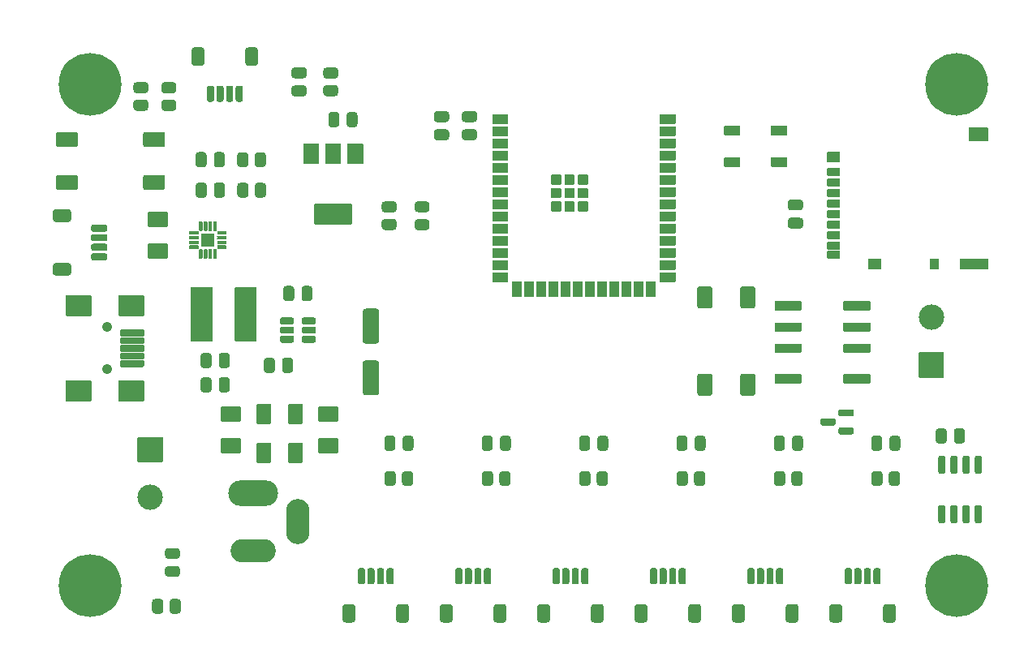
<source format=gts>
G04 #@! TF.GenerationSoftware,KiCad,Pcbnew,6.0.11-2627ca5db0~126~ubuntu22.04.1*
G04 #@! TF.CreationDate,2025-05-31T21:30:08-06:00*
G04 #@! TF.ProjectId,snd-defect,736e642d-6465-4666-9563-742e6b696361,rev?*
G04 #@! TF.SameCoordinates,Original*
G04 #@! TF.FileFunction,Soldermask,Top*
G04 #@! TF.FilePolarity,Negative*
%FSLAX46Y46*%
G04 Gerber Fmt 4.6, Leading zero omitted, Abs format (unit mm)*
G04 Created by KiCad (PCBNEW 6.0.11-2627ca5db0~126~ubuntu22.04.1) date 2025-05-31 21:30:08*
%MOMM*%
%LPD*%
G01*
G04 APERTURE LIST*
%ADD10C,2.652400*%
%ADD11C,1.052400*%
%ADD12C,6.552400*%
%ADD13O,5.204000X2.704000*%
%ADD14O,4.704000X2.454000*%
%ADD15O,2.454000X4.704000*%
G04 APERTURE END LIST*
G36*
G01*
X72517000Y-76339700D02*
X72517000Y-81902300D01*
G75*
G02*
X72440800Y-81978500I-76200J0D01*
G01*
X70332600Y-81978500D01*
G75*
G02*
X70256400Y-81902300I0J76200D01*
G01*
X70256400Y-76339700D01*
G75*
G02*
X70332600Y-76263500I76200J0D01*
G01*
X72440800Y-76263500D01*
G75*
G02*
X72517000Y-76339700I0J-76200D01*
G01*
G37*
G36*
G01*
X67919600Y-76339700D02*
X67919600Y-81902300D01*
G75*
G02*
X67843400Y-81978500I-76200J0D01*
G01*
X65735200Y-81978500D01*
G75*
G02*
X65659000Y-81902300I0J76200D01*
G01*
X65659000Y-76339700D01*
G75*
G02*
X65735200Y-76263500I76200J0D01*
G01*
X67843400Y-76263500D01*
G75*
G02*
X67919600Y-76339700I0J-76200D01*
G01*
G37*
G36*
G01*
X127863200Y-62795000D02*
X127863200Y-63695000D01*
G75*
G02*
X127787000Y-63771200I-76200J0D01*
G01*
X126287000Y-63771200D01*
G75*
G02*
X126210800Y-63695000I0J76200D01*
G01*
X126210800Y-62795000D01*
G75*
G02*
X126287000Y-62718800I76200J0D01*
G01*
X127787000Y-62718800D01*
G75*
G02*
X127863200Y-62795000I0J-76200D01*
G01*
G37*
G36*
G01*
X127863200Y-59495000D02*
X127863200Y-60395000D01*
G75*
G02*
X127787000Y-60471200I-76200J0D01*
G01*
X126287000Y-60471200D01*
G75*
G02*
X126210800Y-60395000I0J76200D01*
G01*
X126210800Y-59495000D01*
G75*
G02*
X126287000Y-59418800I76200J0D01*
G01*
X127787000Y-59418800D01*
G75*
G02*
X127863200Y-59495000I0J-76200D01*
G01*
G37*
G36*
G01*
X122963200Y-59495000D02*
X122963200Y-60395000D01*
G75*
G02*
X122887000Y-60471200I-76200J0D01*
G01*
X121387000Y-60471200D01*
G75*
G02*
X121310800Y-60395000I0J76200D01*
G01*
X121310800Y-59495000D01*
G75*
G02*
X121387000Y-59418800I76200J0D01*
G01*
X122887000Y-59418800D01*
G75*
G02*
X122963200Y-59495000I0J-76200D01*
G01*
G37*
G36*
G01*
X122963200Y-62795000D02*
X122963200Y-63695000D01*
G75*
G02*
X122887000Y-63771200I-76200J0D01*
G01*
X121387000Y-63771200D01*
G75*
G02*
X121310800Y-63695000I0J76200D01*
G01*
X121310800Y-62795000D01*
G75*
G02*
X121387000Y-62718800I76200J0D01*
G01*
X122887000Y-62718800D01*
G75*
G02*
X122963200Y-62795000I0J-76200D01*
G01*
G37*
G36*
G01*
X63823000Y-57889200D02*
X62923000Y-57889200D01*
G75*
G02*
X62596800Y-57563000I0J326200D01*
G01*
X62596800Y-57038000D01*
G75*
G02*
X62923000Y-56711800I326200J0D01*
G01*
X63823000Y-56711800D01*
G75*
G02*
X64149200Y-57038000I0J-326200D01*
G01*
X64149200Y-57563000D01*
G75*
G02*
X63823000Y-57889200I-326200J0D01*
G01*
G37*
G36*
G01*
X63823000Y-56064200D02*
X62923000Y-56064200D01*
G75*
G02*
X62596800Y-55738000I0J326200D01*
G01*
X62596800Y-55213000D01*
G75*
G02*
X62923000Y-54886800I326200J0D01*
G01*
X63823000Y-54886800D01*
G75*
G02*
X64149200Y-55213000I0J-326200D01*
G01*
X64149200Y-55738000D01*
G75*
G02*
X63823000Y-56064200I-326200J0D01*
G01*
G37*
G36*
G01*
X78711200Y-81572000D02*
X78711200Y-81872000D01*
G75*
G02*
X78485000Y-82098200I-226200J0D01*
G01*
X77460000Y-82098200D01*
G75*
G02*
X77233800Y-81872000I0J226200D01*
G01*
X77233800Y-81572000D01*
G75*
G02*
X77460000Y-81345800I226200J0D01*
G01*
X78485000Y-81345800D01*
G75*
G02*
X78711200Y-81572000I0J-226200D01*
G01*
G37*
G36*
G01*
X78711200Y-80622000D02*
X78711200Y-80922000D01*
G75*
G02*
X78485000Y-81148200I-226200J0D01*
G01*
X77460000Y-81148200D01*
G75*
G02*
X77233800Y-80922000I0J226200D01*
G01*
X77233800Y-80622000D01*
G75*
G02*
X77460000Y-80395800I226200J0D01*
G01*
X78485000Y-80395800D01*
G75*
G02*
X78711200Y-80622000I0J-226200D01*
G01*
G37*
G36*
G01*
X78711200Y-79672000D02*
X78711200Y-79972000D01*
G75*
G02*
X78485000Y-80198200I-226200J0D01*
G01*
X77460000Y-80198200D01*
G75*
G02*
X77233800Y-79972000I0J226200D01*
G01*
X77233800Y-79672000D01*
G75*
G02*
X77460000Y-79445800I226200J0D01*
G01*
X78485000Y-79445800D01*
G75*
G02*
X78711200Y-79672000I0J-226200D01*
G01*
G37*
G36*
G01*
X76436200Y-79672000D02*
X76436200Y-79972000D01*
G75*
G02*
X76210000Y-80198200I-226200J0D01*
G01*
X75185000Y-80198200D01*
G75*
G02*
X74958800Y-79972000I0J226200D01*
G01*
X74958800Y-79672000D01*
G75*
G02*
X75185000Y-79445800I226200J0D01*
G01*
X76210000Y-79445800D01*
G75*
G02*
X76436200Y-79672000I0J-226200D01*
G01*
G37*
G36*
G01*
X76436200Y-80622000D02*
X76436200Y-80922000D01*
G75*
G02*
X76210000Y-81148200I-226200J0D01*
G01*
X75185000Y-81148200D01*
G75*
G02*
X74958800Y-80922000I0J226200D01*
G01*
X74958800Y-80622000D01*
G75*
G02*
X75185000Y-80395800I226200J0D01*
G01*
X76210000Y-80395800D01*
G75*
G02*
X76436200Y-80622000I0J-226200D01*
G01*
G37*
G36*
G01*
X76436200Y-81572000D02*
X76436200Y-81872000D01*
G75*
G02*
X76210000Y-82098200I-226200J0D01*
G01*
X75185000Y-82098200D01*
G75*
G02*
X74958800Y-81872000I0J226200D01*
G01*
X74958800Y-81572000D01*
G75*
G02*
X75185000Y-81345800I226200J0D01*
G01*
X76210000Y-81345800D01*
G75*
G02*
X76436200Y-81572000I0J-226200D01*
G01*
G37*
G36*
G01*
X99062200Y-92108000D02*
X99062200Y-93058000D01*
G75*
G02*
X98736000Y-93384200I-326200J0D01*
G01*
X98236000Y-93384200D01*
G75*
G02*
X97909800Y-93058000I0J326200D01*
G01*
X97909800Y-92108000D01*
G75*
G02*
X98236000Y-91781800I326200J0D01*
G01*
X98736000Y-91781800D01*
G75*
G02*
X99062200Y-92108000I0J-326200D01*
G01*
G37*
G36*
G01*
X97162200Y-92108000D02*
X97162200Y-93058000D01*
G75*
G02*
X96836000Y-93384200I-326200J0D01*
G01*
X96336000Y-93384200D01*
G75*
G02*
X96009800Y-93058000I0J326200D01*
G01*
X96009800Y-92108000D01*
G75*
G02*
X96336000Y-91781800I326200J0D01*
G01*
X96836000Y-91781800D01*
G75*
G02*
X97162200Y-92108000I0J-326200D01*
G01*
G37*
G36*
G01*
X136572300Y-85464700D02*
X136572300Y-86264700D01*
G75*
G02*
X136496100Y-86340900I-76200J0D01*
G01*
X133836100Y-86340900D01*
G75*
G02*
X133759900Y-86264700I0J76200D01*
G01*
X133759900Y-85464700D01*
G75*
G02*
X133836100Y-85388500I76200J0D01*
G01*
X136496100Y-85388500D01*
G75*
G02*
X136572300Y-85464700I0J-76200D01*
G01*
G37*
G36*
G01*
X136572300Y-82264300D02*
X136572300Y-83064300D01*
G75*
G02*
X136496100Y-83140500I-76200J0D01*
G01*
X133836100Y-83140500D01*
G75*
G02*
X133759900Y-83064300I0J76200D01*
G01*
X133759900Y-82264300D01*
G75*
G02*
X133836100Y-82188100I76200J0D01*
G01*
X136496100Y-82188100D01*
G75*
G02*
X136572300Y-82264300I0J-76200D01*
G01*
G37*
G36*
G01*
X136572300Y-80054500D02*
X136572300Y-80854500D01*
G75*
G02*
X136496100Y-80930700I-76200J0D01*
G01*
X133836100Y-80930700D01*
G75*
G02*
X133759900Y-80854500I0J76200D01*
G01*
X133759900Y-80054500D01*
G75*
G02*
X133836100Y-79978300I76200J0D01*
G01*
X136496100Y-79978300D01*
G75*
G02*
X136572300Y-80054500I0J-76200D01*
G01*
G37*
G36*
G01*
X136572300Y-77844700D02*
X136572300Y-78644700D01*
G75*
G02*
X136496100Y-78720900I-76200J0D01*
G01*
X133836100Y-78720900D01*
G75*
G02*
X133759900Y-78644700I0J76200D01*
G01*
X133759900Y-77844700D01*
G75*
G02*
X133836100Y-77768500I76200J0D01*
G01*
X136496100Y-77768500D01*
G75*
G02*
X136572300Y-77844700I0J-76200D01*
G01*
G37*
G36*
G01*
X129384100Y-77844700D02*
X129384100Y-78644700D01*
G75*
G02*
X129307900Y-78720900I-76200J0D01*
G01*
X126647900Y-78720900D01*
G75*
G02*
X126571700Y-78644700I0J76200D01*
G01*
X126571700Y-77844700D01*
G75*
G02*
X126647900Y-77768500I76200J0D01*
G01*
X129307900Y-77768500D01*
G75*
G02*
X129384100Y-77844700I0J-76200D01*
G01*
G37*
G36*
G01*
X129384100Y-80054500D02*
X129384100Y-80854500D01*
G75*
G02*
X129307900Y-80930700I-76200J0D01*
G01*
X126647900Y-80930700D01*
G75*
G02*
X126571700Y-80854500I0J76200D01*
G01*
X126571700Y-80054500D01*
G75*
G02*
X126647900Y-79978300I76200J0D01*
G01*
X129307900Y-79978300D01*
G75*
G02*
X129384100Y-80054500I0J-76200D01*
G01*
G37*
G36*
G01*
X129384100Y-82264300D02*
X129384100Y-83064300D01*
G75*
G02*
X129307900Y-83140500I-76200J0D01*
G01*
X126647900Y-83140500D01*
G75*
G02*
X126571700Y-83064300I0J76200D01*
G01*
X126571700Y-82264300D01*
G75*
G02*
X126647900Y-82188100I76200J0D01*
G01*
X129307900Y-82188100D01*
G75*
G02*
X129384100Y-82264300I0J-76200D01*
G01*
G37*
G36*
G01*
X129384100Y-85464700D02*
X129384100Y-86264700D01*
G75*
G02*
X129307900Y-86340900I-76200J0D01*
G01*
X126647900Y-86340900D01*
G75*
G02*
X126571700Y-86264700I0J76200D01*
G01*
X126571700Y-85464700D01*
G75*
G02*
X126647900Y-85388500I76200J0D01*
G01*
X129307900Y-85388500D01*
G75*
G02*
X129384100Y-85464700I0J-76200D01*
G01*
G37*
G36*
G01*
X93246800Y-107083000D02*
X93246800Y-105833000D01*
G75*
G02*
X93473000Y-105606800I226200J0D01*
G01*
X93773000Y-105606800D01*
G75*
G02*
X93999200Y-105833000I0J-226200D01*
G01*
X93999200Y-107083000D01*
G75*
G02*
X93773000Y-107309200I-226200J0D01*
G01*
X93473000Y-107309200D01*
G75*
G02*
X93246800Y-107083000I0J226200D01*
G01*
G37*
G36*
G01*
X94246800Y-107083000D02*
X94246800Y-105833000D01*
G75*
G02*
X94473000Y-105606800I226200J0D01*
G01*
X94773000Y-105606800D01*
G75*
G02*
X94999200Y-105833000I0J-226200D01*
G01*
X94999200Y-107083000D01*
G75*
G02*
X94773000Y-107309200I-226200J0D01*
G01*
X94473000Y-107309200D01*
G75*
G02*
X94246800Y-107083000I0J226200D01*
G01*
G37*
G36*
G01*
X95246800Y-107083000D02*
X95246800Y-105833000D01*
G75*
G02*
X95473000Y-105606800I226200J0D01*
G01*
X95773000Y-105606800D01*
G75*
G02*
X95999200Y-105833000I0J-226200D01*
G01*
X95999200Y-107083000D01*
G75*
G02*
X95773000Y-107309200I-226200J0D01*
G01*
X95473000Y-107309200D01*
G75*
G02*
X95246800Y-107083000I0J226200D01*
G01*
G37*
G36*
G01*
X96246800Y-107083000D02*
X96246800Y-105833000D01*
G75*
G02*
X96473000Y-105606800I226200J0D01*
G01*
X96773000Y-105606800D01*
G75*
G02*
X96999200Y-105833000I0J-226200D01*
G01*
X96999200Y-107083000D01*
G75*
G02*
X96773000Y-107309200I-226200J0D01*
G01*
X96473000Y-107309200D01*
G75*
G02*
X96246800Y-107083000I0J226200D01*
G01*
G37*
G36*
G01*
X91646800Y-110983000D02*
X91646800Y-109683000D01*
G75*
G02*
X91973000Y-109356800I326200J0D01*
G01*
X92673000Y-109356800D01*
G75*
G02*
X92999200Y-109683000I0J-326200D01*
G01*
X92999200Y-110983000D01*
G75*
G02*
X92673000Y-111309200I-326200J0D01*
G01*
X91973000Y-111309200D01*
G75*
G02*
X91646800Y-110983000I0J326200D01*
G01*
G37*
G36*
G01*
X97246800Y-110983000D02*
X97246800Y-109683000D01*
G75*
G02*
X97573000Y-109356800I326200J0D01*
G01*
X98273000Y-109356800D01*
G75*
G02*
X98599200Y-109683000I0J-326200D01*
G01*
X98599200Y-110983000D01*
G75*
G02*
X98273000Y-111309200I-326200J0D01*
G01*
X97573000Y-111309200D01*
G75*
G02*
X97246800Y-110983000I0J326200D01*
G01*
G37*
G36*
G01*
X66672800Y-86962000D02*
X66672800Y-86012000D01*
G75*
G02*
X66999000Y-85685800I326200J0D01*
G01*
X67499000Y-85685800D01*
G75*
G02*
X67825200Y-86012000I0J-326200D01*
G01*
X67825200Y-86962000D01*
G75*
G02*
X67499000Y-87288200I-326200J0D01*
G01*
X66999000Y-87288200D01*
G75*
G02*
X66672800Y-86962000I0J326200D01*
G01*
G37*
G36*
G01*
X68572800Y-86962000D02*
X68572800Y-86012000D01*
G75*
G02*
X68899000Y-85685800I326200J0D01*
G01*
X69399000Y-85685800D01*
G75*
G02*
X69725200Y-86012000I0J-326200D01*
G01*
X69725200Y-86962000D01*
G75*
G02*
X69399000Y-87288200I-326200J0D01*
G01*
X68899000Y-87288200D01*
G75*
G02*
X68572800Y-86962000I0J326200D01*
G01*
G37*
G36*
G01*
X72503800Y-90485000D02*
X72503800Y-88585000D01*
G75*
G02*
X72580000Y-88508800I76200J0D01*
G01*
X73980000Y-88508800D01*
G75*
G02*
X74056200Y-88585000I0J-76200D01*
G01*
X74056200Y-90485000D01*
G75*
G02*
X73980000Y-90561200I-76200J0D01*
G01*
X72580000Y-90561200D01*
G75*
G02*
X72503800Y-90485000I0J76200D01*
G01*
G37*
G36*
G01*
X75803800Y-90485000D02*
X75803800Y-88585000D01*
G75*
G02*
X75880000Y-88508800I76200J0D01*
G01*
X77280000Y-88508800D01*
G75*
G02*
X77356200Y-88585000I0J-76200D01*
G01*
X77356200Y-90485000D01*
G75*
G02*
X77280000Y-90561200I-76200J0D01*
G01*
X75880000Y-90561200D01*
G75*
G02*
X75803800Y-90485000I0J76200D01*
G01*
G37*
G36*
G01*
X95217000Y-60962200D02*
X94267000Y-60962200D01*
G75*
G02*
X93940800Y-60636000I0J326200D01*
G01*
X93940800Y-60136000D01*
G75*
G02*
X94267000Y-59809800I326200J0D01*
G01*
X95217000Y-59809800D01*
G75*
G02*
X95543200Y-60136000I0J-326200D01*
G01*
X95543200Y-60636000D01*
G75*
G02*
X95217000Y-60962200I-326200J0D01*
G01*
G37*
G36*
G01*
X95217000Y-59062200D02*
X94267000Y-59062200D01*
G75*
G02*
X93940800Y-58736000I0J326200D01*
G01*
X93940800Y-58236000D01*
G75*
G02*
X94267000Y-57909800I326200J0D01*
G01*
X95217000Y-57909800D01*
G75*
G02*
X95543200Y-58236000I0J-326200D01*
G01*
X95543200Y-58736000D01*
G75*
G02*
X95217000Y-59062200I-326200J0D01*
G01*
G37*
G36*
G01*
X133886800Y-107083000D02*
X133886800Y-105833000D01*
G75*
G02*
X134113000Y-105606800I226200J0D01*
G01*
X134413000Y-105606800D01*
G75*
G02*
X134639200Y-105833000I0J-226200D01*
G01*
X134639200Y-107083000D01*
G75*
G02*
X134413000Y-107309200I-226200J0D01*
G01*
X134113000Y-107309200D01*
G75*
G02*
X133886800Y-107083000I0J226200D01*
G01*
G37*
G36*
G01*
X134886800Y-107083000D02*
X134886800Y-105833000D01*
G75*
G02*
X135113000Y-105606800I226200J0D01*
G01*
X135413000Y-105606800D01*
G75*
G02*
X135639200Y-105833000I0J-226200D01*
G01*
X135639200Y-107083000D01*
G75*
G02*
X135413000Y-107309200I-226200J0D01*
G01*
X135113000Y-107309200D01*
G75*
G02*
X134886800Y-107083000I0J226200D01*
G01*
G37*
G36*
G01*
X135886800Y-107083000D02*
X135886800Y-105833000D01*
G75*
G02*
X136113000Y-105606800I226200J0D01*
G01*
X136413000Y-105606800D01*
G75*
G02*
X136639200Y-105833000I0J-226200D01*
G01*
X136639200Y-107083000D01*
G75*
G02*
X136413000Y-107309200I-226200J0D01*
G01*
X136113000Y-107309200D01*
G75*
G02*
X135886800Y-107083000I0J226200D01*
G01*
G37*
G36*
G01*
X136886800Y-107083000D02*
X136886800Y-105833000D01*
G75*
G02*
X137113000Y-105606800I226200J0D01*
G01*
X137413000Y-105606800D01*
G75*
G02*
X137639200Y-105833000I0J-226200D01*
G01*
X137639200Y-107083000D01*
G75*
G02*
X137413000Y-107309200I-226200J0D01*
G01*
X137113000Y-107309200D01*
G75*
G02*
X136886800Y-107083000I0J226200D01*
G01*
G37*
G36*
G01*
X137886800Y-110983000D02*
X137886800Y-109683000D01*
G75*
G02*
X138213000Y-109356800I326200J0D01*
G01*
X138913000Y-109356800D01*
G75*
G02*
X139239200Y-109683000I0J-326200D01*
G01*
X139239200Y-110983000D01*
G75*
G02*
X138913000Y-111309200I-326200J0D01*
G01*
X138213000Y-111309200D01*
G75*
G02*
X137886800Y-110983000I0J326200D01*
G01*
G37*
G36*
G01*
X132286800Y-110983000D02*
X132286800Y-109683000D01*
G75*
G02*
X132613000Y-109356800I326200J0D01*
G01*
X133313000Y-109356800D01*
G75*
G02*
X133639200Y-109683000I0J-326200D01*
G01*
X133639200Y-110983000D01*
G75*
G02*
X133313000Y-111309200I-326200J0D01*
G01*
X132613000Y-111309200D01*
G75*
G02*
X132286800Y-110983000I0J326200D01*
G01*
G37*
G36*
G01*
X80007800Y-59276000D02*
X80007800Y-58326000D01*
G75*
G02*
X80334000Y-57999800I326200J0D01*
G01*
X80834000Y-57999800D01*
G75*
G02*
X81160200Y-58326000I0J-326200D01*
G01*
X81160200Y-59276000D01*
G75*
G02*
X80834000Y-59602200I-326200J0D01*
G01*
X80334000Y-59602200D01*
G75*
G02*
X80007800Y-59276000I0J326200D01*
G01*
G37*
G36*
G01*
X81907800Y-59276000D02*
X81907800Y-58326000D01*
G75*
G02*
X82234000Y-57999800I326200J0D01*
G01*
X82734000Y-57999800D01*
G75*
G02*
X83060200Y-58326000I0J-326200D01*
G01*
X83060200Y-59276000D01*
G75*
G02*
X82734000Y-59602200I-326200J0D01*
G01*
X82234000Y-59602200D01*
G75*
G02*
X81907800Y-59276000I0J326200D01*
G01*
G37*
G36*
G01*
X113566800Y-107083000D02*
X113566800Y-105833000D01*
G75*
G02*
X113793000Y-105606800I226200J0D01*
G01*
X114093000Y-105606800D01*
G75*
G02*
X114319200Y-105833000I0J-226200D01*
G01*
X114319200Y-107083000D01*
G75*
G02*
X114093000Y-107309200I-226200J0D01*
G01*
X113793000Y-107309200D01*
G75*
G02*
X113566800Y-107083000I0J226200D01*
G01*
G37*
G36*
G01*
X114566800Y-107083000D02*
X114566800Y-105833000D01*
G75*
G02*
X114793000Y-105606800I226200J0D01*
G01*
X115093000Y-105606800D01*
G75*
G02*
X115319200Y-105833000I0J-226200D01*
G01*
X115319200Y-107083000D01*
G75*
G02*
X115093000Y-107309200I-226200J0D01*
G01*
X114793000Y-107309200D01*
G75*
G02*
X114566800Y-107083000I0J226200D01*
G01*
G37*
G36*
G01*
X115566800Y-107083000D02*
X115566800Y-105833000D01*
G75*
G02*
X115793000Y-105606800I226200J0D01*
G01*
X116093000Y-105606800D01*
G75*
G02*
X116319200Y-105833000I0J-226200D01*
G01*
X116319200Y-107083000D01*
G75*
G02*
X116093000Y-107309200I-226200J0D01*
G01*
X115793000Y-107309200D01*
G75*
G02*
X115566800Y-107083000I0J226200D01*
G01*
G37*
G36*
G01*
X116566800Y-107083000D02*
X116566800Y-105833000D01*
G75*
G02*
X116793000Y-105606800I226200J0D01*
G01*
X117093000Y-105606800D01*
G75*
G02*
X117319200Y-105833000I0J-226200D01*
G01*
X117319200Y-107083000D01*
G75*
G02*
X117093000Y-107309200I-226200J0D01*
G01*
X116793000Y-107309200D01*
G75*
G02*
X116566800Y-107083000I0J226200D01*
G01*
G37*
G36*
G01*
X117566800Y-110983000D02*
X117566800Y-109683000D01*
G75*
G02*
X117893000Y-109356800I326200J0D01*
G01*
X118593000Y-109356800D01*
G75*
G02*
X118919200Y-109683000I0J-326200D01*
G01*
X118919200Y-110983000D01*
G75*
G02*
X118593000Y-111309200I-326200J0D01*
G01*
X117893000Y-111309200D01*
G75*
G02*
X117566800Y-110983000I0J326200D01*
G01*
G37*
G36*
G01*
X111966800Y-110983000D02*
X111966800Y-109683000D01*
G75*
G02*
X112293000Y-109356800I326200J0D01*
G01*
X112993000Y-109356800D01*
G75*
G02*
X113319200Y-109683000I0J-326200D01*
G01*
X113319200Y-110983000D01*
G75*
G02*
X112993000Y-111309200I-326200J0D01*
G01*
X112293000Y-111309200D01*
G75*
G02*
X111966800Y-110983000I0J326200D01*
G01*
G37*
G36*
G01*
X77437000Y-56390200D02*
X76487000Y-56390200D01*
G75*
G02*
X76160800Y-56064000I0J326200D01*
G01*
X76160800Y-55564000D01*
G75*
G02*
X76487000Y-55237800I326200J0D01*
G01*
X77437000Y-55237800D01*
G75*
G02*
X77763200Y-55564000I0J-326200D01*
G01*
X77763200Y-56064000D01*
G75*
G02*
X77437000Y-56390200I-326200J0D01*
G01*
G37*
G36*
G01*
X77437000Y-54490200D02*
X76487000Y-54490200D01*
G75*
G02*
X76160800Y-54164000I0J326200D01*
G01*
X76160800Y-53664000D01*
G75*
G02*
X76487000Y-53337800I326200J0D01*
G01*
X77437000Y-53337800D01*
G75*
G02*
X77763200Y-53664000I0J-326200D01*
G01*
X77763200Y-54164000D01*
G75*
G02*
X77437000Y-54490200I-326200J0D01*
G01*
G37*
G36*
G01*
X143380800Y-92296000D02*
X143380800Y-91346000D01*
G75*
G02*
X143707000Y-91019800I326200J0D01*
G01*
X144207000Y-91019800D01*
G75*
G02*
X144533200Y-91346000I0J-326200D01*
G01*
X144533200Y-92296000D01*
G75*
G02*
X144207000Y-92622200I-326200J0D01*
G01*
X143707000Y-92622200D01*
G75*
G02*
X143380800Y-92296000I0J326200D01*
G01*
G37*
G36*
G01*
X145280800Y-92296000D02*
X145280800Y-91346000D01*
G75*
G02*
X145607000Y-91019800I326200J0D01*
G01*
X146107000Y-91019800D01*
G75*
G02*
X146433200Y-91346000I0J-326200D01*
G01*
X146433200Y-92296000D01*
G75*
G02*
X146107000Y-92622200I-326200J0D01*
G01*
X145607000Y-92622200D01*
G75*
G02*
X145280800Y-92296000I0J326200D01*
G01*
G37*
G36*
G01*
X85005000Y-87584200D02*
X83905000Y-87584200D01*
G75*
G02*
X83578800Y-87258000I0J326200D01*
G01*
X83578800Y-84258000D01*
G75*
G02*
X83905000Y-83931800I326200J0D01*
G01*
X85005000Y-83931800D01*
G75*
G02*
X85331200Y-84258000I0J-326200D01*
G01*
X85331200Y-87258000D01*
G75*
G02*
X85005000Y-87584200I-326200J0D01*
G01*
G37*
G36*
G01*
X85005000Y-82184200D02*
X83905000Y-82184200D01*
G75*
G02*
X83578800Y-81858000I0J326200D01*
G01*
X83578800Y-78858000D01*
G75*
G02*
X83905000Y-78531800I326200J0D01*
G01*
X85005000Y-78531800D01*
G75*
G02*
X85331200Y-78858000I0J-326200D01*
G01*
X85331200Y-81858000D01*
G75*
G02*
X85005000Y-82184200I-326200J0D01*
G01*
G37*
G36*
G01*
X129542200Y-92108000D02*
X129542200Y-93058000D01*
G75*
G02*
X129216000Y-93384200I-326200J0D01*
G01*
X128716000Y-93384200D01*
G75*
G02*
X128389800Y-93058000I0J326200D01*
G01*
X128389800Y-92108000D01*
G75*
G02*
X128716000Y-91781800I326200J0D01*
G01*
X129216000Y-91781800D01*
G75*
G02*
X129542200Y-92108000I0J-326200D01*
G01*
G37*
G36*
G01*
X127642200Y-92108000D02*
X127642200Y-93058000D01*
G75*
G02*
X127316000Y-93384200I-326200J0D01*
G01*
X126816000Y-93384200D01*
G75*
G02*
X126489800Y-93058000I0J326200D01*
G01*
X126489800Y-92108000D01*
G75*
G02*
X126816000Y-91781800I326200J0D01*
G01*
X127316000Y-91781800D01*
G75*
G02*
X127642200Y-92108000I0J-326200D01*
G01*
G37*
G36*
G01*
X97103800Y-59202000D02*
X97103800Y-58302000D01*
G75*
G02*
X97180000Y-58225800I76200J0D01*
G01*
X98680000Y-58225800D01*
G75*
G02*
X98756200Y-58302000I0J-76200D01*
G01*
X98756200Y-59202000D01*
G75*
G02*
X98680000Y-59278200I-76200J0D01*
G01*
X97180000Y-59278200D01*
G75*
G02*
X97103800Y-59202000I0J76200D01*
G01*
G37*
G36*
G01*
X97103800Y-60472000D02*
X97103800Y-59572000D01*
G75*
G02*
X97180000Y-59495800I76200J0D01*
G01*
X98680000Y-59495800D01*
G75*
G02*
X98756200Y-59572000I0J-76200D01*
G01*
X98756200Y-60472000D01*
G75*
G02*
X98680000Y-60548200I-76200J0D01*
G01*
X97180000Y-60548200D01*
G75*
G02*
X97103800Y-60472000I0J76200D01*
G01*
G37*
G36*
G01*
X97103800Y-61742000D02*
X97103800Y-60842000D01*
G75*
G02*
X97180000Y-60765800I76200J0D01*
G01*
X98680000Y-60765800D01*
G75*
G02*
X98756200Y-60842000I0J-76200D01*
G01*
X98756200Y-61742000D01*
G75*
G02*
X98680000Y-61818200I-76200J0D01*
G01*
X97180000Y-61818200D01*
G75*
G02*
X97103800Y-61742000I0J76200D01*
G01*
G37*
G36*
G01*
X97103800Y-63012000D02*
X97103800Y-62112000D01*
G75*
G02*
X97180000Y-62035800I76200J0D01*
G01*
X98680000Y-62035800D01*
G75*
G02*
X98756200Y-62112000I0J-76200D01*
G01*
X98756200Y-63012000D01*
G75*
G02*
X98680000Y-63088200I-76200J0D01*
G01*
X97180000Y-63088200D01*
G75*
G02*
X97103800Y-63012000I0J76200D01*
G01*
G37*
G36*
G01*
X97103800Y-64282000D02*
X97103800Y-63382000D01*
G75*
G02*
X97180000Y-63305800I76200J0D01*
G01*
X98680000Y-63305800D01*
G75*
G02*
X98756200Y-63382000I0J-76200D01*
G01*
X98756200Y-64282000D01*
G75*
G02*
X98680000Y-64358200I-76200J0D01*
G01*
X97180000Y-64358200D01*
G75*
G02*
X97103800Y-64282000I0J76200D01*
G01*
G37*
G36*
G01*
X97103800Y-65552000D02*
X97103800Y-64652000D01*
G75*
G02*
X97180000Y-64575800I76200J0D01*
G01*
X98680000Y-64575800D01*
G75*
G02*
X98756200Y-64652000I0J-76200D01*
G01*
X98756200Y-65552000D01*
G75*
G02*
X98680000Y-65628200I-76200J0D01*
G01*
X97180000Y-65628200D01*
G75*
G02*
X97103800Y-65552000I0J76200D01*
G01*
G37*
G36*
G01*
X97103800Y-66822000D02*
X97103800Y-65922000D01*
G75*
G02*
X97180000Y-65845800I76200J0D01*
G01*
X98680000Y-65845800D01*
G75*
G02*
X98756200Y-65922000I0J-76200D01*
G01*
X98756200Y-66822000D01*
G75*
G02*
X98680000Y-66898200I-76200J0D01*
G01*
X97180000Y-66898200D01*
G75*
G02*
X97103800Y-66822000I0J76200D01*
G01*
G37*
G36*
G01*
X97103800Y-68092000D02*
X97103800Y-67192000D01*
G75*
G02*
X97180000Y-67115800I76200J0D01*
G01*
X98680000Y-67115800D01*
G75*
G02*
X98756200Y-67192000I0J-76200D01*
G01*
X98756200Y-68092000D01*
G75*
G02*
X98680000Y-68168200I-76200J0D01*
G01*
X97180000Y-68168200D01*
G75*
G02*
X97103800Y-68092000I0J76200D01*
G01*
G37*
G36*
G01*
X97103800Y-69362000D02*
X97103800Y-68462000D01*
G75*
G02*
X97180000Y-68385800I76200J0D01*
G01*
X98680000Y-68385800D01*
G75*
G02*
X98756200Y-68462000I0J-76200D01*
G01*
X98756200Y-69362000D01*
G75*
G02*
X98680000Y-69438200I-76200J0D01*
G01*
X97180000Y-69438200D01*
G75*
G02*
X97103800Y-69362000I0J76200D01*
G01*
G37*
G36*
G01*
X97103800Y-70632000D02*
X97103800Y-69732000D01*
G75*
G02*
X97180000Y-69655800I76200J0D01*
G01*
X98680000Y-69655800D01*
G75*
G02*
X98756200Y-69732000I0J-76200D01*
G01*
X98756200Y-70632000D01*
G75*
G02*
X98680000Y-70708200I-76200J0D01*
G01*
X97180000Y-70708200D01*
G75*
G02*
X97103800Y-70632000I0J76200D01*
G01*
G37*
G36*
G01*
X97103800Y-71902000D02*
X97103800Y-71002000D01*
G75*
G02*
X97180000Y-70925800I76200J0D01*
G01*
X98680000Y-70925800D01*
G75*
G02*
X98756200Y-71002000I0J-76200D01*
G01*
X98756200Y-71902000D01*
G75*
G02*
X98680000Y-71978200I-76200J0D01*
G01*
X97180000Y-71978200D01*
G75*
G02*
X97103800Y-71902000I0J76200D01*
G01*
G37*
G36*
G01*
X97103800Y-73172000D02*
X97103800Y-72272000D01*
G75*
G02*
X97180000Y-72195800I76200J0D01*
G01*
X98680000Y-72195800D01*
G75*
G02*
X98756200Y-72272000I0J-76200D01*
G01*
X98756200Y-73172000D01*
G75*
G02*
X98680000Y-73248200I-76200J0D01*
G01*
X97180000Y-73248200D01*
G75*
G02*
X97103800Y-73172000I0J76200D01*
G01*
G37*
G36*
G01*
X97103800Y-74442000D02*
X97103800Y-73542000D01*
G75*
G02*
X97180000Y-73465800I76200J0D01*
G01*
X98680000Y-73465800D01*
G75*
G02*
X98756200Y-73542000I0J-76200D01*
G01*
X98756200Y-74442000D01*
G75*
G02*
X98680000Y-74518200I-76200J0D01*
G01*
X97180000Y-74518200D01*
G75*
G02*
X97103800Y-74442000I0J76200D01*
G01*
G37*
G36*
G01*
X97103800Y-75712000D02*
X97103800Y-74812000D01*
G75*
G02*
X97180000Y-74735800I76200J0D01*
G01*
X98680000Y-74735800D01*
G75*
G02*
X98756200Y-74812000I0J-76200D01*
G01*
X98756200Y-75712000D01*
G75*
G02*
X98680000Y-75788200I-76200J0D01*
G01*
X97180000Y-75788200D01*
G75*
G02*
X97103800Y-75712000I0J76200D01*
G01*
G37*
G36*
G01*
X100145000Y-77338200D02*
X99245000Y-77338200D01*
G75*
G02*
X99168800Y-77262000I0J76200D01*
G01*
X99168800Y-75762000D01*
G75*
G02*
X99245000Y-75685800I76200J0D01*
G01*
X100145000Y-75685800D01*
G75*
G02*
X100221200Y-75762000I0J-76200D01*
G01*
X100221200Y-77262000D01*
G75*
G02*
X100145000Y-77338200I-76200J0D01*
G01*
G37*
G36*
G01*
X101415000Y-77338200D02*
X100515000Y-77338200D01*
G75*
G02*
X100438800Y-77262000I0J76200D01*
G01*
X100438800Y-75762000D01*
G75*
G02*
X100515000Y-75685800I76200J0D01*
G01*
X101415000Y-75685800D01*
G75*
G02*
X101491200Y-75762000I0J-76200D01*
G01*
X101491200Y-77262000D01*
G75*
G02*
X101415000Y-77338200I-76200J0D01*
G01*
G37*
G36*
G01*
X102685000Y-77338200D02*
X101785000Y-77338200D01*
G75*
G02*
X101708800Y-77262000I0J76200D01*
G01*
X101708800Y-75762000D01*
G75*
G02*
X101785000Y-75685800I76200J0D01*
G01*
X102685000Y-75685800D01*
G75*
G02*
X102761200Y-75762000I0J-76200D01*
G01*
X102761200Y-77262000D01*
G75*
G02*
X102685000Y-77338200I-76200J0D01*
G01*
G37*
G36*
G01*
X103955000Y-77338200D02*
X103055000Y-77338200D01*
G75*
G02*
X102978800Y-77262000I0J76200D01*
G01*
X102978800Y-75762000D01*
G75*
G02*
X103055000Y-75685800I76200J0D01*
G01*
X103955000Y-75685800D01*
G75*
G02*
X104031200Y-75762000I0J-76200D01*
G01*
X104031200Y-77262000D01*
G75*
G02*
X103955000Y-77338200I-76200J0D01*
G01*
G37*
G36*
G01*
X105225000Y-77338200D02*
X104325000Y-77338200D01*
G75*
G02*
X104248800Y-77262000I0J76200D01*
G01*
X104248800Y-75762000D01*
G75*
G02*
X104325000Y-75685800I76200J0D01*
G01*
X105225000Y-75685800D01*
G75*
G02*
X105301200Y-75762000I0J-76200D01*
G01*
X105301200Y-77262000D01*
G75*
G02*
X105225000Y-77338200I-76200J0D01*
G01*
G37*
G36*
G01*
X106495000Y-77338200D02*
X105595000Y-77338200D01*
G75*
G02*
X105518800Y-77262000I0J76200D01*
G01*
X105518800Y-75762000D01*
G75*
G02*
X105595000Y-75685800I76200J0D01*
G01*
X106495000Y-75685800D01*
G75*
G02*
X106571200Y-75762000I0J-76200D01*
G01*
X106571200Y-77262000D01*
G75*
G02*
X106495000Y-77338200I-76200J0D01*
G01*
G37*
G36*
G01*
X107765000Y-77338200D02*
X106865000Y-77338200D01*
G75*
G02*
X106788800Y-77262000I0J76200D01*
G01*
X106788800Y-75762000D01*
G75*
G02*
X106865000Y-75685800I76200J0D01*
G01*
X107765000Y-75685800D01*
G75*
G02*
X107841200Y-75762000I0J-76200D01*
G01*
X107841200Y-77262000D01*
G75*
G02*
X107765000Y-77338200I-76200J0D01*
G01*
G37*
G36*
G01*
X109035000Y-77338200D02*
X108135000Y-77338200D01*
G75*
G02*
X108058800Y-77262000I0J76200D01*
G01*
X108058800Y-75762000D01*
G75*
G02*
X108135000Y-75685800I76200J0D01*
G01*
X109035000Y-75685800D01*
G75*
G02*
X109111200Y-75762000I0J-76200D01*
G01*
X109111200Y-77262000D01*
G75*
G02*
X109035000Y-77338200I-76200J0D01*
G01*
G37*
G36*
G01*
X110305000Y-77338200D02*
X109405000Y-77338200D01*
G75*
G02*
X109328800Y-77262000I0J76200D01*
G01*
X109328800Y-75762000D01*
G75*
G02*
X109405000Y-75685800I76200J0D01*
G01*
X110305000Y-75685800D01*
G75*
G02*
X110381200Y-75762000I0J-76200D01*
G01*
X110381200Y-77262000D01*
G75*
G02*
X110305000Y-77338200I-76200J0D01*
G01*
G37*
G36*
G01*
X111575000Y-77338200D02*
X110675000Y-77338200D01*
G75*
G02*
X110598800Y-77262000I0J76200D01*
G01*
X110598800Y-75762000D01*
G75*
G02*
X110675000Y-75685800I76200J0D01*
G01*
X111575000Y-75685800D01*
G75*
G02*
X111651200Y-75762000I0J-76200D01*
G01*
X111651200Y-77262000D01*
G75*
G02*
X111575000Y-77338200I-76200J0D01*
G01*
G37*
G36*
G01*
X112845000Y-77338200D02*
X111945000Y-77338200D01*
G75*
G02*
X111868800Y-77262000I0J76200D01*
G01*
X111868800Y-75762000D01*
G75*
G02*
X111945000Y-75685800I76200J0D01*
G01*
X112845000Y-75685800D01*
G75*
G02*
X112921200Y-75762000I0J-76200D01*
G01*
X112921200Y-77262000D01*
G75*
G02*
X112845000Y-77338200I-76200J0D01*
G01*
G37*
G36*
G01*
X114115000Y-77338200D02*
X113215000Y-77338200D01*
G75*
G02*
X113138800Y-77262000I0J76200D01*
G01*
X113138800Y-75762000D01*
G75*
G02*
X113215000Y-75685800I76200J0D01*
G01*
X114115000Y-75685800D01*
G75*
G02*
X114191200Y-75762000I0J-76200D01*
G01*
X114191200Y-77262000D01*
G75*
G02*
X114115000Y-77338200I-76200J0D01*
G01*
G37*
G36*
G01*
X116256200Y-74812000D02*
X116256200Y-75712000D01*
G75*
G02*
X116180000Y-75788200I-76200J0D01*
G01*
X114680000Y-75788200D01*
G75*
G02*
X114603800Y-75712000I0J76200D01*
G01*
X114603800Y-74812000D01*
G75*
G02*
X114680000Y-74735800I76200J0D01*
G01*
X116180000Y-74735800D01*
G75*
G02*
X116256200Y-74812000I0J-76200D01*
G01*
G37*
G36*
G01*
X116256200Y-73542000D02*
X116256200Y-74442000D01*
G75*
G02*
X116180000Y-74518200I-76200J0D01*
G01*
X114680000Y-74518200D01*
G75*
G02*
X114603800Y-74442000I0J76200D01*
G01*
X114603800Y-73542000D01*
G75*
G02*
X114680000Y-73465800I76200J0D01*
G01*
X116180000Y-73465800D01*
G75*
G02*
X116256200Y-73542000I0J-76200D01*
G01*
G37*
G36*
G01*
X116256200Y-72272000D02*
X116256200Y-73172000D01*
G75*
G02*
X116180000Y-73248200I-76200J0D01*
G01*
X114680000Y-73248200D01*
G75*
G02*
X114603800Y-73172000I0J76200D01*
G01*
X114603800Y-72272000D01*
G75*
G02*
X114680000Y-72195800I76200J0D01*
G01*
X116180000Y-72195800D01*
G75*
G02*
X116256200Y-72272000I0J-76200D01*
G01*
G37*
G36*
G01*
X116256200Y-71002000D02*
X116256200Y-71902000D01*
G75*
G02*
X116180000Y-71978200I-76200J0D01*
G01*
X114680000Y-71978200D01*
G75*
G02*
X114603800Y-71902000I0J76200D01*
G01*
X114603800Y-71002000D01*
G75*
G02*
X114680000Y-70925800I76200J0D01*
G01*
X116180000Y-70925800D01*
G75*
G02*
X116256200Y-71002000I0J-76200D01*
G01*
G37*
G36*
G01*
X116256200Y-69732000D02*
X116256200Y-70632000D01*
G75*
G02*
X116180000Y-70708200I-76200J0D01*
G01*
X114680000Y-70708200D01*
G75*
G02*
X114603800Y-70632000I0J76200D01*
G01*
X114603800Y-69732000D01*
G75*
G02*
X114680000Y-69655800I76200J0D01*
G01*
X116180000Y-69655800D01*
G75*
G02*
X116256200Y-69732000I0J-76200D01*
G01*
G37*
G36*
G01*
X116256200Y-68462000D02*
X116256200Y-69362000D01*
G75*
G02*
X116180000Y-69438200I-76200J0D01*
G01*
X114680000Y-69438200D01*
G75*
G02*
X114603800Y-69362000I0J76200D01*
G01*
X114603800Y-68462000D01*
G75*
G02*
X114680000Y-68385800I76200J0D01*
G01*
X116180000Y-68385800D01*
G75*
G02*
X116256200Y-68462000I0J-76200D01*
G01*
G37*
G36*
G01*
X116256200Y-67192000D02*
X116256200Y-68092000D01*
G75*
G02*
X116180000Y-68168200I-76200J0D01*
G01*
X114680000Y-68168200D01*
G75*
G02*
X114603800Y-68092000I0J76200D01*
G01*
X114603800Y-67192000D01*
G75*
G02*
X114680000Y-67115800I76200J0D01*
G01*
X116180000Y-67115800D01*
G75*
G02*
X116256200Y-67192000I0J-76200D01*
G01*
G37*
G36*
G01*
X116256200Y-65922000D02*
X116256200Y-66822000D01*
G75*
G02*
X116180000Y-66898200I-76200J0D01*
G01*
X114680000Y-66898200D01*
G75*
G02*
X114603800Y-66822000I0J76200D01*
G01*
X114603800Y-65922000D01*
G75*
G02*
X114680000Y-65845800I76200J0D01*
G01*
X116180000Y-65845800D01*
G75*
G02*
X116256200Y-65922000I0J-76200D01*
G01*
G37*
G36*
G01*
X116256200Y-64652000D02*
X116256200Y-65552000D01*
G75*
G02*
X116180000Y-65628200I-76200J0D01*
G01*
X114680000Y-65628200D01*
G75*
G02*
X114603800Y-65552000I0J76200D01*
G01*
X114603800Y-64652000D01*
G75*
G02*
X114680000Y-64575800I76200J0D01*
G01*
X116180000Y-64575800D01*
G75*
G02*
X116256200Y-64652000I0J-76200D01*
G01*
G37*
G36*
G01*
X116256200Y-63382000D02*
X116256200Y-64282000D01*
G75*
G02*
X116180000Y-64358200I-76200J0D01*
G01*
X114680000Y-64358200D01*
G75*
G02*
X114603800Y-64282000I0J76200D01*
G01*
X114603800Y-63382000D01*
G75*
G02*
X114680000Y-63305800I76200J0D01*
G01*
X116180000Y-63305800D01*
G75*
G02*
X116256200Y-63382000I0J-76200D01*
G01*
G37*
G36*
G01*
X116256200Y-62112000D02*
X116256200Y-63012000D01*
G75*
G02*
X116180000Y-63088200I-76200J0D01*
G01*
X114680000Y-63088200D01*
G75*
G02*
X114603800Y-63012000I0J76200D01*
G01*
X114603800Y-62112000D01*
G75*
G02*
X114680000Y-62035800I76200J0D01*
G01*
X116180000Y-62035800D01*
G75*
G02*
X116256200Y-62112000I0J-76200D01*
G01*
G37*
G36*
G01*
X116256200Y-60842000D02*
X116256200Y-61742000D01*
G75*
G02*
X116180000Y-61818200I-76200J0D01*
G01*
X114680000Y-61818200D01*
G75*
G02*
X114603800Y-61742000I0J76200D01*
G01*
X114603800Y-60842000D01*
G75*
G02*
X114680000Y-60765800I76200J0D01*
G01*
X116180000Y-60765800D01*
G75*
G02*
X116256200Y-60842000I0J-76200D01*
G01*
G37*
G36*
G01*
X116256200Y-59572000D02*
X116256200Y-60472000D01*
G75*
G02*
X116180000Y-60548200I-76200J0D01*
G01*
X114680000Y-60548200D01*
G75*
G02*
X114603800Y-60472000I0J76200D01*
G01*
X114603800Y-59572000D01*
G75*
G02*
X114680000Y-59495800I76200J0D01*
G01*
X116180000Y-59495800D01*
G75*
G02*
X116256200Y-59572000I0J-76200D01*
G01*
G37*
G36*
G01*
X116256200Y-58302000D02*
X116256200Y-59202000D01*
G75*
G02*
X116180000Y-59278200I-76200J0D01*
G01*
X114680000Y-59278200D01*
G75*
G02*
X114603800Y-59202000I0J76200D01*
G01*
X114603800Y-58302000D01*
G75*
G02*
X114680000Y-58225800I76200J0D01*
G01*
X116180000Y-58225800D01*
G75*
G02*
X116256200Y-58302000I0J-76200D01*
G01*
G37*
G36*
G01*
X107106200Y-67422000D02*
X107106200Y-68322000D01*
G75*
G02*
X107030000Y-68398200I-76200J0D01*
G01*
X106130000Y-68398200D01*
G75*
G02*
X106053800Y-68322000I0J76200D01*
G01*
X106053800Y-67422000D01*
G75*
G02*
X106130000Y-67345800I76200J0D01*
G01*
X107030000Y-67345800D01*
G75*
G02*
X107106200Y-67422000I0J-76200D01*
G01*
G37*
G36*
G01*
X107106200Y-64622000D02*
X107106200Y-65522000D01*
G75*
G02*
X107030000Y-65598200I-76200J0D01*
G01*
X106130000Y-65598200D01*
G75*
G02*
X106053800Y-65522000I0J76200D01*
G01*
X106053800Y-64622000D01*
G75*
G02*
X106130000Y-64545800I76200J0D01*
G01*
X107030000Y-64545800D01*
G75*
G02*
X107106200Y-64622000I0J-76200D01*
G01*
G37*
G36*
G01*
X105706200Y-66022000D02*
X105706200Y-66922000D01*
G75*
G02*
X105630000Y-66998200I-76200J0D01*
G01*
X104730000Y-66998200D01*
G75*
G02*
X104653800Y-66922000I0J76200D01*
G01*
X104653800Y-66022000D01*
G75*
G02*
X104730000Y-65945800I76200J0D01*
G01*
X105630000Y-65945800D01*
G75*
G02*
X105706200Y-66022000I0J-76200D01*
G01*
G37*
G36*
G01*
X104306200Y-64622000D02*
X104306200Y-65522000D01*
G75*
G02*
X104230000Y-65598200I-76200J0D01*
G01*
X103330000Y-65598200D01*
G75*
G02*
X103253800Y-65522000I0J76200D01*
G01*
X103253800Y-64622000D01*
G75*
G02*
X103330000Y-64545800I76200J0D01*
G01*
X104230000Y-64545800D01*
G75*
G02*
X104306200Y-64622000I0J-76200D01*
G01*
G37*
G36*
G01*
X105706200Y-64622000D02*
X105706200Y-65522000D01*
G75*
G02*
X105630000Y-65598200I-76200J0D01*
G01*
X104730000Y-65598200D01*
G75*
G02*
X104653800Y-65522000I0J76200D01*
G01*
X104653800Y-64622000D01*
G75*
G02*
X104730000Y-64545800I76200J0D01*
G01*
X105630000Y-64545800D01*
G75*
G02*
X105706200Y-64622000I0J-76200D01*
G01*
G37*
G36*
G01*
X104306200Y-66022000D02*
X104306200Y-66922000D01*
G75*
G02*
X104230000Y-66998200I-76200J0D01*
G01*
X103330000Y-66998200D01*
G75*
G02*
X103253800Y-66922000I0J76200D01*
G01*
X103253800Y-66022000D01*
G75*
G02*
X103330000Y-65945800I76200J0D01*
G01*
X104230000Y-65945800D01*
G75*
G02*
X104306200Y-66022000I0J-76200D01*
G01*
G37*
G36*
G01*
X105706200Y-67422000D02*
X105706200Y-68322000D01*
G75*
G02*
X105630000Y-68398200I-76200J0D01*
G01*
X104730000Y-68398200D01*
G75*
G02*
X104653800Y-68322000I0J76200D01*
G01*
X104653800Y-67422000D01*
G75*
G02*
X104730000Y-67345800I76200J0D01*
G01*
X105630000Y-67345800D01*
G75*
G02*
X105706200Y-67422000I0J-76200D01*
G01*
G37*
G36*
G01*
X107106200Y-66022000D02*
X107106200Y-66922000D01*
G75*
G02*
X107030000Y-66998200I-76200J0D01*
G01*
X106130000Y-66998200D01*
G75*
G02*
X106053800Y-66922000I0J76200D01*
G01*
X106053800Y-66022000D01*
G75*
G02*
X106130000Y-65945800I76200J0D01*
G01*
X107030000Y-65945800D01*
G75*
G02*
X107106200Y-66022000I0J-76200D01*
G01*
G37*
G36*
G01*
X104306200Y-67422000D02*
X104306200Y-68322000D01*
G75*
G02*
X104230000Y-68398200I-76200J0D01*
G01*
X103330000Y-68398200D01*
G75*
G02*
X103253800Y-68322000I0J76200D01*
G01*
X103253800Y-67422000D01*
G75*
G02*
X103330000Y-67345800I76200J0D01*
G01*
X104230000Y-67345800D01*
G75*
G02*
X104306200Y-67422000I0J-76200D01*
G01*
G37*
G36*
G01*
X88902200Y-92108000D02*
X88902200Y-93058000D01*
G75*
G02*
X88576000Y-93384200I-326200J0D01*
G01*
X88076000Y-93384200D01*
G75*
G02*
X87749800Y-93058000I0J326200D01*
G01*
X87749800Y-92108000D01*
G75*
G02*
X88076000Y-91781800I326200J0D01*
G01*
X88576000Y-91781800D01*
G75*
G02*
X88902200Y-92108000I0J-326200D01*
G01*
G37*
G36*
G01*
X87002200Y-92108000D02*
X87002200Y-93058000D01*
G75*
G02*
X86676000Y-93384200I-326200J0D01*
G01*
X86176000Y-93384200D01*
G75*
G02*
X85849800Y-93058000I0J326200D01*
G01*
X85849800Y-92108000D01*
G75*
G02*
X86176000Y-91781800I326200J0D01*
G01*
X86676000Y-91781800D01*
G75*
G02*
X87002200Y-92108000I0J-326200D01*
G01*
G37*
G36*
G01*
X72503800Y-94549000D02*
X72503800Y-92649000D01*
G75*
G02*
X72580000Y-92572800I76200J0D01*
G01*
X73980000Y-92572800D01*
G75*
G02*
X74056200Y-92649000I0J-76200D01*
G01*
X74056200Y-94549000D01*
G75*
G02*
X73980000Y-94625200I-76200J0D01*
G01*
X72580000Y-94625200D01*
G75*
G02*
X72503800Y-94549000I0J76200D01*
G01*
G37*
G36*
G01*
X75803800Y-94549000D02*
X75803800Y-92649000D01*
G75*
G02*
X75880000Y-92572800I76200J0D01*
G01*
X77280000Y-92572800D01*
G75*
G02*
X77356200Y-92649000I0J-76200D01*
G01*
X77356200Y-94549000D01*
G75*
G02*
X77280000Y-94625200I-76200J0D01*
G01*
X75880000Y-94625200D01*
G75*
G02*
X75803800Y-94549000I0J76200D01*
G01*
G37*
G36*
G01*
X144168000Y-100935200D02*
X143868000Y-100935200D01*
G75*
G02*
X143641800Y-100709000I0J226200D01*
G01*
X143641800Y-99259000D01*
G75*
G02*
X143868000Y-99032800I226200J0D01*
G01*
X144168000Y-99032800D01*
G75*
G02*
X144394200Y-99259000I0J-226200D01*
G01*
X144394200Y-100709000D01*
G75*
G02*
X144168000Y-100935200I-226200J0D01*
G01*
G37*
G36*
G01*
X145438000Y-100935200D02*
X145138000Y-100935200D01*
G75*
G02*
X144911800Y-100709000I0J226200D01*
G01*
X144911800Y-99259000D01*
G75*
G02*
X145138000Y-99032800I226200J0D01*
G01*
X145438000Y-99032800D01*
G75*
G02*
X145664200Y-99259000I0J-226200D01*
G01*
X145664200Y-100709000D01*
G75*
G02*
X145438000Y-100935200I-226200J0D01*
G01*
G37*
G36*
G01*
X146708000Y-100935200D02*
X146408000Y-100935200D01*
G75*
G02*
X146181800Y-100709000I0J226200D01*
G01*
X146181800Y-99259000D01*
G75*
G02*
X146408000Y-99032800I226200J0D01*
G01*
X146708000Y-99032800D01*
G75*
G02*
X146934200Y-99259000I0J-226200D01*
G01*
X146934200Y-100709000D01*
G75*
G02*
X146708000Y-100935200I-226200J0D01*
G01*
G37*
G36*
G01*
X147978000Y-100935200D02*
X147678000Y-100935200D01*
G75*
G02*
X147451800Y-100709000I0J226200D01*
G01*
X147451800Y-99259000D01*
G75*
G02*
X147678000Y-99032800I226200J0D01*
G01*
X147978000Y-99032800D01*
G75*
G02*
X148204200Y-99259000I0J-226200D01*
G01*
X148204200Y-100709000D01*
G75*
G02*
X147978000Y-100935200I-226200J0D01*
G01*
G37*
G36*
G01*
X147978000Y-95785200D02*
X147678000Y-95785200D01*
G75*
G02*
X147451800Y-95559000I0J226200D01*
G01*
X147451800Y-94109000D01*
G75*
G02*
X147678000Y-93882800I226200J0D01*
G01*
X147978000Y-93882800D01*
G75*
G02*
X148204200Y-94109000I0J-226200D01*
G01*
X148204200Y-95559000D01*
G75*
G02*
X147978000Y-95785200I-226200J0D01*
G01*
G37*
G36*
G01*
X146708000Y-95785200D02*
X146408000Y-95785200D01*
G75*
G02*
X146181800Y-95559000I0J226200D01*
G01*
X146181800Y-94109000D01*
G75*
G02*
X146408000Y-93882800I226200J0D01*
G01*
X146708000Y-93882800D01*
G75*
G02*
X146934200Y-94109000I0J-226200D01*
G01*
X146934200Y-95559000D01*
G75*
G02*
X146708000Y-95785200I-226200J0D01*
G01*
G37*
G36*
G01*
X145438000Y-95785200D02*
X145138000Y-95785200D01*
G75*
G02*
X144911800Y-95559000I0J226200D01*
G01*
X144911800Y-94109000D01*
G75*
G02*
X145138000Y-93882800I226200J0D01*
G01*
X145438000Y-93882800D01*
G75*
G02*
X145664200Y-94109000I0J-226200D01*
G01*
X145664200Y-95559000D01*
G75*
G02*
X145438000Y-95785200I-226200J0D01*
G01*
G37*
G36*
G01*
X144168000Y-95785200D02*
X143868000Y-95785200D01*
G75*
G02*
X143641800Y-95559000I0J226200D01*
G01*
X143641800Y-94109000D01*
G75*
G02*
X143868000Y-93882800I226200J0D01*
G01*
X144168000Y-93882800D01*
G75*
G02*
X144394200Y-94109000I0J-226200D01*
G01*
X144394200Y-95559000D01*
G75*
G02*
X144168000Y-95785200I-226200J0D01*
G01*
G37*
G36*
G01*
X78361200Y-76487000D02*
X78361200Y-77437000D01*
G75*
G02*
X78035000Y-77763200I-326200J0D01*
G01*
X77535000Y-77763200D01*
G75*
G02*
X77208800Y-77437000I0J326200D01*
G01*
X77208800Y-76487000D01*
G75*
G02*
X77535000Y-76160800I326200J0D01*
G01*
X78035000Y-76160800D01*
G75*
G02*
X78361200Y-76487000I0J-326200D01*
G01*
G37*
G36*
G01*
X76461200Y-76487000D02*
X76461200Y-77437000D01*
G75*
G02*
X76135000Y-77763200I-326200J0D01*
G01*
X75635000Y-77763200D01*
G75*
G02*
X75308800Y-77437000I0J326200D01*
G01*
X75308800Y-76487000D01*
G75*
G02*
X75635000Y-76160800I326200J0D01*
G01*
X76135000Y-76160800D01*
G75*
G02*
X76461200Y-76487000I0J-326200D01*
G01*
G37*
G36*
G01*
X60902000Y-57889200D02*
X60002000Y-57889200D01*
G75*
G02*
X59675800Y-57563000I0J326200D01*
G01*
X59675800Y-57038000D01*
G75*
G02*
X60002000Y-56711800I326200J0D01*
G01*
X60902000Y-56711800D01*
G75*
G02*
X61228200Y-57038000I0J-326200D01*
G01*
X61228200Y-57563000D01*
G75*
G02*
X60902000Y-57889200I-326200J0D01*
G01*
G37*
G36*
G01*
X60902000Y-56064200D02*
X60002000Y-56064200D01*
G75*
G02*
X59675800Y-55738000I0J326200D01*
G01*
X59675800Y-55213000D01*
G75*
G02*
X60002000Y-54886800I326200J0D01*
G01*
X60902000Y-54886800D01*
G75*
G02*
X61228200Y-55213000I0J-326200D01*
G01*
X61228200Y-55738000D01*
G75*
G02*
X60902000Y-56064200I-326200J0D01*
G01*
G37*
G36*
G01*
X73510200Y-62542000D02*
X73510200Y-63442000D01*
G75*
G02*
X73184000Y-63768200I-326200J0D01*
G01*
X72659000Y-63768200D01*
G75*
G02*
X72332800Y-63442000I0J326200D01*
G01*
X72332800Y-62542000D01*
G75*
G02*
X72659000Y-62215800I326200J0D01*
G01*
X73184000Y-62215800D01*
G75*
G02*
X73510200Y-62542000I0J-326200D01*
G01*
G37*
G36*
G01*
X71685200Y-62542000D02*
X71685200Y-63442000D01*
G75*
G02*
X71359000Y-63768200I-326200J0D01*
G01*
X70834000Y-63768200D01*
G75*
G02*
X70507800Y-63442000I0J326200D01*
G01*
X70507800Y-62542000D01*
G75*
G02*
X70834000Y-62215800I326200J0D01*
G01*
X71359000Y-62215800D01*
G75*
G02*
X71685200Y-62542000I0J-326200D01*
G01*
G37*
G36*
G01*
X99037200Y-95816000D02*
X99037200Y-96716000D01*
G75*
G02*
X98711000Y-97042200I-326200J0D01*
G01*
X98186000Y-97042200D01*
G75*
G02*
X97859800Y-96716000I0J326200D01*
G01*
X97859800Y-95816000D01*
G75*
G02*
X98186000Y-95489800I326200J0D01*
G01*
X98711000Y-95489800D01*
G75*
G02*
X99037200Y-95816000I0J-326200D01*
G01*
G37*
G36*
G01*
X97212200Y-95816000D02*
X97212200Y-96716000D01*
G75*
G02*
X96886000Y-97042200I-326200J0D01*
G01*
X96361000Y-97042200D01*
G75*
G02*
X96034800Y-96716000I0J326200D01*
G01*
X96034800Y-95816000D01*
G75*
G02*
X96361000Y-95489800I326200J0D01*
G01*
X96886000Y-95489800D01*
G75*
G02*
X97212200Y-95816000I0J-326200D01*
G01*
G37*
G36*
G01*
X66672800Y-84422000D02*
X66672800Y-83472000D01*
G75*
G02*
X66999000Y-83145800I326200J0D01*
G01*
X67499000Y-83145800D01*
G75*
G02*
X67825200Y-83472000I0J-326200D01*
G01*
X67825200Y-84422000D01*
G75*
G02*
X67499000Y-84748200I-326200J0D01*
G01*
X66999000Y-84748200D01*
G75*
G02*
X66672800Y-84422000I0J326200D01*
G01*
G37*
G36*
G01*
X68572800Y-84422000D02*
X68572800Y-83472000D01*
G75*
G02*
X68899000Y-83145800I326200J0D01*
G01*
X69399000Y-83145800D01*
G75*
G02*
X69725200Y-83472000I0J-326200D01*
G01*
X69725200Y-84422000D01*
G75*
G02*
X69399000Y-84748200I-326200J0D01*
G01*
X68899000Y-84748200D01*
G75*
G02*
X68572800Y-84422000I0J326200D01*
G01*
G37*
G36*
G01*
X55477000Y-69751800D02*
X56727000Y-69751800D01*
G75*
G02*
X56953200Y-69978000I0J-226200D01*
G01*
X56953200Y-70278000D01*
G75*
G02*
X56727000Y-70504200I-226200J0D01*
G01*
X55477000Y-70504200D01*
G75*
G02*
X55250800Y-70278000I0J226200D01*
G01*
X55250800Y-69978000D01*
G75*
G02*
X55477000Y-69751800I226200J0D01*
G01*
G37*
G36*
G01*
X55477000Y-70751800D02*
X56727000Y-70751800D01*
G75*
G02*
X56953200Y-70978000I0J-226200D01*
G01*
X56953200Y-71278000D01*
G75*
G02*
X56727000Y-71504200I-226200J0D01*
G01*
X55477000Y-71504200D01*
G75*
G02*
X55250800Y-71278000I0J226200D01*
G01*
X55250800Y-70978000D01*
G75*
G02*
X55477000Y-70751800I226200J0D01*
G01*
G37*
G36*
G01*
X55477000Y-71751800D02*
X56727000Y-71751800D01*
G75*
G02*
X56953200Y-71978000I0J-226200D01*
G01*
X56953200Y-72278000D01*
G75*
G02*
X56727000Y-72504200I-226200J0D01*
G01*
X55477000Y-72504200D01*
G75*
G02*
X55250800Y-72278000I0J226200D01*
G01*
X55250800Y-71978000D01*
G75*
G02*
X55477000Y-71751800I226200J0D01*
G01*
G37*
G36*
G01*
X55477000Y-72751800D02*
X56727000Y-72751800D01*
G75*
G02*
X56953200Y-72978000I0J-226200D01*
G01*
X56953200Y-73278000D01*
G75*
G02*
X56727000Y-73504200I-226200J0D01*
G01*
X55477000Y-73504200D01*
G75*
G02*
X55250800Y-73278000I0J226200D01*
G01*
X55250800Y-72978000D01*
G75*
G02*
X55477000Y-72751800I226200J0D01*
G01*
G37*
G36*
G01*
X51577000Y-73751800D02*
X52877000Y-73751800D01*
G75*
G02*
X53203200Y-74078000I0J-326200D01*
G01*
X53203200Y-74778000D01*
G75*
G02*
X52877000Y-75104200I-326200J0D01*
G01*
X51577000Y-75104200D01*
G75*
G02*
X51250800Y-74778000I0J326200D01*
G01*
X51250800Y-74078000D01*
G75*
G02*
X51577000Y-73751800I326200J0D01*
G01*
G37*
G36*
G01*
X51577000Y-68151800D02*
X52877000Y-68151800D01*
G75*
G02*
X53203200Y-68478000I0J-326200D01*
G01*
X53203200Y-69178000D01*
G75*
G02*
X52877000Y-69504200I-326200J0D01*
G01*
X51577000Y-69504200D01*
G75*
G02*
X51250800Y-69178000I0J326200D01*
G01*
X51250800Y-68478000D01*
G75*
G02*
X51577000Y-68151800I326200J0D01*
G01*
G37*
G36*
G01*
X92296000Y-60962200D02*
X91346000Y-60962200D01*
G75*
G02*
X91019800Y-60636000I0J326200D01*
G01*
X91019800Y-60136000D01*
G75*
G02*
X91346000Y-59809800I326200J0D01*
G01*
X92296000Y-59809800D01*
G75*
G02*
X92622200Y-60136000I0J-326200D01*
G01*
X92622200Y-60636000D01*
G75*
G02*
X92296000Y-60962200I-326200J0D01*
G01*
G37*
G36*
G01*
X92296000Y-59062200D02*
X91346000Y-59062200D01*
G75*
G02*
X91019800Y-58736000I0J326200D01*
G01*
X91019800Y-58236000D01*
G75*
G02*
X91346000Y-57909800I326200J0D01*
G01*
X92296000Y-57909800D01*
G75*
G02*
X92622200Y-58236000I0J-326200D01*
G01*
X92622200Y-58736000D01*
G75*
G02*
X92296000Y-59062200I-326200J0D01*
G01*
G37*
G36*
G01*
X144170999Y-85741195D02*
X141670999Y-85741195D01*
G75*
G02*
X141594799Y-85664995I0J76200D01*
G01*
X141594799Y-83164995D01*
G75*
G02*
X141670999Y-83088795I76200J0D01*
G01*
X144170999Y-83088795D01*
G75*
G02*
X144247199Y-83164995I0J-76200D01*
G01*
X144247199Y-85664995D01*
G75*
G02*
X144170999Y-85741195I-76200J0D01*
G01*
G37*
D10*
X142920999Y-79414995D03*
G36*
G01*
X66164800Y-63467000D02*
X66164800Y-62517000D01*
G75*
G02*
X66491000Y-62190800I326200J0D01*
G01*
X66991000Y-62190800D01*
G75*
G02*
X67317200Y-62517000I0J-326200D01*
G01*
X67317200Y-63467000D01*
G75*
G02*
X66991000Y-63793200I-326200J0D01*
G01*
X66491000Y-63793200D01*
G75*
G02*
X66164800Y-63467000I0J326200D01*
G01*
G37*
G36*
G01*
X68064800Y-63467000D02*
X68064800Y-62517000D01*
G75*
G02*
X68391000Y-62190800I326200J0D01*
G01*
X68891000Y-62190800D01*
G75*
G02*
X69217200Y-62517000I0J-326200D01*
G01*
X69217200Y-63467000D01*
G75*
G02*
X68891000Y-63793200I-326200J0D01*
G01*
X68391000Y-63793200D01*
G75*
G02*
X68064800Y-63467000I0J326200D01*
G01*
G37*
G36*
G01*
X82068000Y-61305800D02*
X83568000Y-61305800D01*
G75*
G02*
X83644200Y-61382000I0J-76200D01*
G01*
X83644200Y-63382000D01*
G75*
G02*
X83568000Y-63458200I-76200J0D01*
G01*
X82068000Y-63458200D01*
G75*
G02*
X81991800Y-63382000I0J76200D01*
G01*
X81991800Y-61382000D01*
G75*
G02*
X82068000Y-61305800I76200J0D01*
G01*
G37*
G36*
G01*
X79768000Y-61305800D02*
X81268000Y-61305800D01*
G75*
G02*
X81344200Y-61382000I0J-76200D01*
G01*
X81344200Y-63382000D01*
G75*
G02*
X81268000Y-63458200I-76200J0D01*
G01*
X79768000Y-63458200D01*
G75*
G02*
X79691800Y-63382000I0J76200D01*
G01*
X79691800Y-61382000D01*
G75*
G02*
X79768000Y-61305800I76200J0D01*
G01*
G37*
G36*
G01*
X78618000Y-67605800D02*
X82418000Y-67605800D01*
G75*
G02*
X82494200Y-67682000I0J-76200D01*
G01*
X82494200Y-69682000D01*
G75*
G02*
X82418000Y-69758200I-76200J0D01*
G01*
X78618000Y-69758200D01*
G75*
G02*
X78541800Y-69682000I0J76200D01*
G01*
X78541800Y-67682000D01*
G75*
G02*
X78618000Y-67605800I76200J0D01*
G01*
G37*
G36*
G01*
X77468000Y-61305800D02*
X78968000Y-61305800D01*
G75*
G02*
X79044200Y-61382000I0J-76200D01*
G01*
X79044200Y-63382000D01*
G75*
G02*
X78968000Y-63458200I-76200J0D01*
G01*
X77468000Y-63458200D01*
G75*
G02*
X77391800Y-63382000I0J76200D01*
G01*
X77391800Y-61382000D01*
G75*
G02*
X77468000Y-61305800I76200J0D01*
G01*
G37*
G36*
G01*
X139677200Y-95816000D02*
X139677200Y-96716000D01*
G75*
G02*
X139351000Y-97042200I-326200J0D01*
G01*
X138826000Y-97042200D01*
G75*
G02*
X138499800Y-96716000I0J326200D01*
G01*
X138499800Y-95816000D01*
G75*
G02*
X138826000Y-95489800I326200J0D01*
G01*
X139351000Y-95489800D01*
G75*
G02*
X139677200Y-95816000I0J-326200D01*
G01*
G37*
G36*
G01*
X137852200Y-95816000D02*
X137852200Y-96716000D01*
G75*
G02*
X137526000Y-97042200I-326200J0D01*
G01*
X137001000Y-97042200D01*
G75*
G02*
X136674800Y-96716000I0J326200D01*
G01*
X136674800Y-95816000D01*
G75*
G02*
X137001000Y-95489800I326200J0D01*
G01*
X137526000Y-95489800D01*
G75*
G02*
X137852200Y-95816000I0J-326200D01*
G01*
G37*
D11*
X56896000Y-80477000D03*
X56896000Y-84877000D03*
G36*
G01*
X58396000Y-80725000D02*
X60696000Y-80725000D01*
G75*
G02*
X60798000Y-80827000I0J-102000D01*
G01*
X60798000Y-81327000D01*
G75*
G02*
X60696000Y-81429000I-102000J0D01*
G01*
X58396000Y-81429000D01*
G75*
G02*
X58294000Y-81327000I0J102000D01*
G01*
X58294000Y-80827000D01*
G75*
G02*
X58396000Y-80725000I102000J0D01*
G01*
G37*
G36*
G01*
X58396000Y-81525000D02*
X60696000Y-81525000D01*
G75*
G02*
X60798000Y-81627000I0J-102000D01*
G01*
X60798000Y-82127000D01*
G75*
G02*
X60696000Y-82229000I-102000J0D01*
G01*
X58396000Y-82229000D01*
G75*
G02*
X58294000Y-82127000I0J102000D01*
G01*
X58294000Y-81627000D01*
G75*
G02*
X58396000Y-81525000I102000J0D01*
G01*
G37*
G36*
G01*
X58396000Y-82325000D02*
X60696000Y-82325000D01*
G75*
G02*
X60798000Y-82427000I0J-102000D01*
G01*
X60798000Y-82927000D01*
G75*
G02*
X60696000Y-83029000I-102000J0D01*
G01*
X58396000Y-83029000D01*
G75*
G02*
X58294000Y-82927000I0J102000D01*
G01*
X58294000Y-82427000D01*
G75*
G02*
X58396000Y-82325000I102000J0D01*
G01*
G37*
G36*
G01*
X58396000Y-83125000D02*
X60696000Y-83125000D01*
G75*
G02*
X60798000Y-83227000I0J-102000D01*
G01*
X60798000Y-83727000D01*
G75*
G02*
X60696000Y-83829000I-102000J0D01*
G01*
X58396000Y-83829000D01*
G75*
G02*
X58294000Y-83727000I0J102000D01*
G01*
X58294000Y-83227000D01*
G75*
G02*
X58396000Y-83125000I102000J0D01*
G01*
G37*
G36*
G01*
X58396000Y-83925000D02*
X60696000Y-83925000D01*
G75*
G02*
X60798000Y-84027000I0J-102000D01*
G01*
X60798000Y-84527000D01*
G75*
G02*
X60696000Y-84629000I-102000J0D01*
G01*
X58396000Y-84629000D01*
G75*
G02*
X58294000Y-84527000I0J102000D01*
G01*
X58294000Y-84027000D01*
G75*
G02*
X58396000Y-83925000I102000J0D01*
G01*
G37*
G36*
G01*
X58196000Y-86025000D02*
X60696000Y-86025000D01*
G75*
G02*
X60798000Y-86127000I0J-102000D01*
G01*
X60798000Y-88127000D01*
G75*
G02*
X60696000Y-88229000I-102000J0D01*
G01*
X58196000Y-88229000D01*
G75*
G02*
X58094000Y-88127000I0J102000D01*
G01*
X58094000Y-86127000D01*
G75*
G02*
X58196000Y-86025000I102000J0D01*
G01*
G37*
G36*
G01*
X58196000Y-77125000D02*
X60696000Y-77125000D01*
G75*
G02*
X60798000Y-77227000I0J-102000D01*
G01*
X60798000Y-79227000D01*
G75*
G02*
X60696000Y-79329000I-102000J0D01*
G01*
X58196000Y-79329000D01*
G75*
G02*
X58094000Y-79227000I0J102000D01*
G01*
X58094000Y-77227000D01*
G75*
G02*
X58196000Y-77125000I102000J0D01*
G01*
G37*
G36*
G01*
X52696000Y-86025000D02*
X55196000Y-86025000D01*
G75*
G02*
X55298000Y-86127000I0J-102000D01*
G01*
X55298000Y-88127000D01*
G75*
G02*
X55196000Y-88229000I-102000J0D01*
G01*
X52696000Y-88229000D01*
G75*
G02*
X52594000Y-88127000I0J102000D01*
G01*
X52594000Y-86127000D01*
G75*
G02*
X52696000Y-86025000I102000J0D01*
G01*
G37*
G36*
G01*
X52696000Y-77125000D02*
X55196000Y-77125000D01*
G75*
G02*
X55298000Y-77227000I0J-102000D01*
G01*
X55298000Y-79227000D01*
G75*
G02*
X55196000Y-79329000I-102000J0D01*
G01*
X52696000Y-79329000D01*
G75*
G02*
X52594000Y-79227000I0J102000D01*
G01*
X52594000Y-77227000D01*
G75*
G02*
X52696000Y-77125000I102000J0D01*
G01*
G37*
D12*
X145542000Y-55118000D03*
D13*
X72136000Y-97767000D03*
D14*
X72136000Y-103767000D03*
D15*
X76836000Y-100767000D03*
G36*
G01*
X73276800Y-84930000D02*
X73276800Y-83980000D01*
G75*
G02*
X73603000Y-83653800I326200J0D01*
G01*
X74103000Y-83653800D01*
G75*
G02*
X74429200Y-83980000I0J-326200D01*
G01*
X74429200Y-84930000D01*
G75*
G02*
X74103000Y-85256200I-326200J0D01*
G01*
X73603000Y-85256200D01*
G75*
G02*
X73276800Y-84930000I0J326200D01*
G01*
G37*
G36*
G01*
X75176800Y-84930000D02*
X75176800Y-83980000D01*
G75*
G02*
X75503000Y-83653800I326200J0D01*
G01*
X76003000Y-83653800D01*
G75*
G02*
X76329200Y-83980000I0J-326200D01*
G01*
X76329200Y-84930000D01*
G75*
G02*
X76003000Y-85256200I-326200J0D01*
G01*
X75503000Y-85256200D01*
G75*
G02*
X75176800Y-84930000I0J326200D01*
G01*
G37*
G36*
G01*
X139702200Y-92108000D02*
X139702200Y-93058000D01*
G75*
G02*
X139376000Y-93384200I-326200J0D01*
G01*
X138876000Y-93384200D01*
G75*
G02*
X138549800Y-93058000I0J326200D01*
G01*
X138549800Y-92108000D01*
G75*
G02*
X138876000Y-91781800I326200J0D01*
G01*
X139376000Y-91781800D01*
G75*
G02*
X139702200Y-92108000I0J-326200D01*
G01*
G37*
G36*
G01*
X137802200Y-92108000D02*
X137802200Y-93058000D01*
G75*
G02*
X137476000Y-93384200I-326200J0D01*
G01*
X136976000Y-93384200D01*
G75*
G02*
X136649800Y-93058000I0J326200D01*
G01*
X136649800Y-92108000D01*
G75*
G02*
X136976000Y-91781800I326200J0D01*
G01*
X137476000Y-91781800D01*
G75*
G02*
X137802200Y-92108000I0J-326200D01*
G01*
G37*
G36*
G01*
X129517200Y-95816000D02*
X129517200Y-96716000D01*
G75*
G02*
X129191000Y-97042200I-326200J0D01*
G01*
X128666000Y-97042200D01*
G75*
G02*
X128339800Y-96716000I0J326200D01*
G01*
X128339800Y-95816000D01*
G75*
G02*
X128666000Y-95489800I326200J0D01*
G01*
X129191000Y-95489800D01*
G75*
G02*
X129517200Y-95816000I0J-326200D01*
G01*
G37*
G36*
G01*
X127692200Y-95816000D02*
X127692200Y-96716000D01*
G75*
G02*
X127366000Y-97042200I-326200J0D01*
G01*
X126841000Y-97042200D01*
G75*
G02*
X126514800Y-96716000I0J326200D01*
G01*
X126514800Y-95816000D01*
G75*
G02*
X126841000Y-95489800I326200J0D01*
G01*
X127366000Y-95489800D01*
G75*
G02*
X127692200Y-95816000I0J-326200D01*
G01*
G37*
G36*
G01*
X133337000Y-64690200D02*
X132137000Y-64690200D01*
G75*
G02*
X132060800Y-64614000I0J76200D01*
G01*
X132060800Y-63914000D01*
G75*
G02*
X132137000Y-63837800I76200J0D01*
G01*
X133337000Y-63837800D01*
G75*
G02*
X133413200Y-63914000I0J-76200D01*
G01*
X133413200Y-64614000D01*
G75*
G02*
X133337000Y-64690200I-76200J0D01*
G01*
G37*
G36*
G01*
X133337000Y-65790200D02*
X132137000Y-65790200D01*
G75*
G02*
X132060800Y-65714000I0J76200D01*
G01*
X132060800Y-65014000D01*
G75*
G02*
X132137000Y-64937800I76200J0D01*
G01*
X133337000Y-64937800D01*
G75*
G02*
X133413200Y-65014000I0J-76200D01*
G01*
X133413200Y-65714000D01*
G75*
G02*
X133337000Y-65790200I-76200J0D01*
G01*
G37*
G36*
G01*
X133337000Y-66890200D02*
X132137000Y-66890200D01*
G75*
G02*
X132060800Y-66814000I0J76200D01*
G01*
X132060800Y-66114000D01*
G75*
G02*
X132137000Y-66037800I76200J0D01*
G01*
X133337000Y-66037800D01*
G75*
G02*
X133413200Y-66114000I0J-76200D01*
G01*
X133413200Y-66814000D01*
G75*
G02*
X133337000Y-66890200I-76200J0D01*
G01*
G37*
G36*
G01*
X133337000Y-67990200D02*
X132137000Y-67990200D01*
G75*
G02*
X132060800Y-67914000I0J76200D01*
G01*
X132060800Y-67214000D01*
G75*
G02*
X132137000Y-67137800I76200J0D01*
G01*
X133337000Y-67137800D01*
G75*
G02*
X133413200Y-67214000I0J-76200D01*
G01*
X133413200Y-67914000D01*
G75*
G02*
X133337000Y-67990200I-76200J0D01*
G01*
G37*
G36*
G01*
X133337000Y-69090200D02*
X132137000Y-69090200D01*
G75*
G02*
X132060800Y-69014000I0J76200D01*
G01*
X132060800Y-68314000D01*
G75*
G02*
X132137000Y-68237800I76200J0D01*
G01*
X133337000Y-68237800D01*
G75*
G02*
X133413200Y-68314000I0J-76200D01*
G01*
X133413200Y-69014000D01*
G75*
G02*
X133337000Y-69090200I-76200J0D01*
G01*
G37*
G36*
G01*
X133337000Y-70190200D02*
X132137000Y-70190200D01*
G75*
G02*
X132060800Y-70114000I0J76200D01*
G01*
X132060800Y-69414000D01*
G75*
G02*
X132137000Y-69337800I76200J0D01*
G01*
X133337000Y-69337800D01*
G75*
G02*
X133413200Y-69414000I0J-76200D01*
G01*
X133413200Y-70114000D01*
G75*
G02*
X133337000Y-70190200I-76200J0D01*
G01*
G37*
G36*
G01*
X133337000Y-71290200D02*
X132137000Y-71290200D01*
G75*
G02*
X132060800Y-71214000I0J76200D01*
G01*
X132060800Y-70514000D01*
G75*
G02*
X132137000Y-70437800I76200J0D01*
G01*
X133337000Y-70437800D01*
G75*
G02*
X133413200Y-70514000I0J-76200D01*
G01*
X133413200Y-71214000D01*
G75*
G02*
X133337000Y-71290200I-76200J0D01*
G01*
G37*
G36*
G01*
X133337000Y-72390200D02*
X132137000Y-72390200D01*
G75*
G02*
X132060800Y-72314000I0J76200D01*
G01*
X132060800Y-71614000D01*
G75*
G02*
X132137000Y-71537800I76200J0D01*
G01*
X133337000Y-71537800D01*
G75*
G02*
X133413200Y-71614000I0J-76200D01*
G01*
X133413200Y-72314000D01*
G75*
G02*
X133337000Y-72390200I-76200J0D01*
G01*
G37*
G36*
G01*
X133337000Y-73340200D02*
X132137000Y-73340200D01*
G75*
G02*
X132060800Y-73264000I0J76200D01*
G01*
X132060800Y-72564000D01*
G75*
G02*
X132137000Y-72487800I76200J0D01*
G01*
X133337000Y-72487800D01*
G75*
G02*
X133413200Y-72564000I0J-76200D01*
G01*
X133413200Y-73264000D01*
G75*
G02*
X133337000Y-73340200I-76200J0D01*
G01*
G37*
G36*
G01*
X143637000Y-74440200D02*
X142837000Y-74440200D01*
G75*
G02*
X142760800Y-74364000I0J76200D01*
G01*
X142760800Y-73364000D01*
G75*
G02*
X142837000Y-73287800I76200J0D01*
G01*
X143637000Y-73287800D01*
G75*
G02*
X143713200Y-73364000I0J-76200D01*
G01*
X143713200Y-74364000D01*
G75*
G02*
X143637000Y-74440200I-76200J0D01*
G01*
G37*
G36*
G01*
X137637000Y-74440200D02*
X136437000Y-74440200D01*
G75*
G02*
X136360800Y-74364000I0J76200D01*
G01*
X136360800Y-73364000D01*
G75*
G02*
X136437000Y-73287800I76200J0D01*
G01*
X137637000Y-73287800D01*
G75*
G02*
X137713200Y-73364000I0J-76200D01*
G01*
X137713200Y-74364000D01*
G75*
G02*
X137637000Y-74440200I-76200J0D01*
G01*
G37*
G36*
G01*
X148787000Y-74440200D02*
X145987000Y-74440200D01*
G75*
G02*
X145910800Y-74364000I0J76200D01*
G01*
X145910800Y-73364000D01*
G75*
G02*
X145987000Y-73287800I76200J0D01*
G01*
X148787000Y-73287800D01*
G75*
G02*
X148863200Y-73364000I0J-76200D01*
G01*
X148863200Y-74364000D01*
G75*
G02*
X148787000Y-74440200I-76200J0D01*
G01*
G37*
G36*
G01*
X148787000Y-61090200D02*
X146887000Y-61090200D01*
G75*
G02*
X146810800Y-61014000I0J76200D01*
G01*
X146810800Y-59714000D01*
G75*
G02*
X146887000Y-59637800I76200J0D01*
G01*
X148787000Y-59637800D01*
G75*
G02*
X148863200Y-59714000I0J-76200D01*
G01*
X148863200Y-61014000D01*
G75*
G02*
X148787000Y-61090200I-76200J0D01*
G01*
G37*
G36*
G01*
X133337000Y-63290200D02*
X132137000Y-63290200D01*
G75*
G02*
X132060800Y-63214000I0J76200D01*
G01*
X132060800Y-62214000D01*
G75*
G02*
X132137000Y-62137800I76200J0D01*
G01*
X133337000Y-62137800D01*
G75*
G02*
X133413200Y-62214000I0J-76200D01*
G01*
X133413200Y-63214000D01*
G75*
G02*
X133337000Y-63290200I-76200J0D01*
G01*
G37*
G36*
G01*
X86810000Y-70335200D02*
X85910000Y-70335200D01*
G75*
G02*
X85583800Y-70009000I0J326200D01*
G01*
X85583800Y-69484000D01*
G75*
G02*
X85910000Y-69157800I326200J0D01*
G01*
X86810000Y-69157800D01*
G75*
G02*
X87136200Y-69484000I0J-326200D01*
G01*
X87136200Y-70009000D01*
G75*
G02*
X86810000Y-70335200I-326200J0D01*
G01*
G37*
G36*
G01*
X86810000Y-68510200D02*
X85910000Y-68510200D01*
G75*
G02*
X85583800Y-68184000I0J326200D01*
G01*
X85583800Y-67659000D01*
G75*
G02*
X85910000Y-67332800I326200J0D01*
G01*
X86810000Y-67332800D01*
G75*
G02*
X87136200Y-67659000I0J-326200D01*
G01*
X87136200Y-68184000D01*
G75*
G02*
X86810000Y-68510200I-326200J0D01*
G01*
G37*
G36*
G01*
X80714000Y-56365200D02*
X79814000Y-56365200D01*
G75*
G02*
X79487800Y-56039000I0J326200D01*
G01*
X79487800Y-55514000D01*
G75*
G02*
X79814000Y-55187800I326200J0D01*
G01*
X80714000Y-55187800D01*
G75*
G02*
X81040200Y-55514000I0J-326200D01*
G01*
X81040200Y-56039000D01*
G75*
G02*
X80714000Y-56365200I-326200J0D01*
G01*
G37*
G36*
G01*
X80714000Y-54540200D02*
X79814000Y-54540200D01*
G75*
G02*
X79487800Y-54214000I0J326200D01*
G01*
X79487800Y-53689000D01*
G75*
G02*
X79814000Y-53362800I326200J0D01*
G01*
X80714000Y-53362800D01*
G75*
G02*
X81040200Y-53689000I0J-326200D01*
G01*
X81040200Y-54214000D01*
G75*
G02*
X80714000Y-54540200I-326200J0D01*
G01*
G37*
G36*
G01*
X103406800Y-107083000D02*
X103406800Y-105833000D01*
G75*
G02*
X103633000Y-105606800I226200J0D01*
G01*
X103933000Y-105606800D01*
G75*
G02*
X104159200Y-105833000I0J-226200D01*
G01*
X104159200Y-107083000D01*
G75*
G02*
X103933000Y-107309200I-226200J0D01*
G01*
X103633000Y-107309200D01*
G75*
G02*
X103406800Y-107083000I0J226200D01*
G01*
G37*
G36*
G01*
X104406800Y-107083000D02*
X104406800Y-105833000D01*
G75*
G02*
X104633000Y-105606800I226200J0D01*
G01*
X104933000Y-105606800D01*
G75*
G02*
X105159200Y-105833000I0J-226200D01*
G01*
X105159200Y-107083000D01*
G75*
G02*
X104933000Y-107309200I-226200J0D01*
G01*
X104633000Y-107309200D01*
G75*
G02*
X104406800Y-107083000I0J226200D01*
G01*
G37*
G36*
G01*
X105406800Y-107083000D02*
X105406800Y-105833000D01*
G75*
G02*
X105633000Y-105606800I226200J0D01*
G01*
X105933000Y-105606800D01*
G75*
G02*
X106159200Y-105833000I0J-226200D01*
G01*
X106159200Y-107083000D01*
G75*
G02*
X105933000Y-107309200I-226200J0D01*
G01*
X105633000Y-107309200D01*
G75*
G02*
X105406800Y-107083000I0J226200D01*
G01*
G37*
G36*
G01*
X106406800Y-107083000D02*
X106406800Y-105833000D01*
G75*
G02*
X106633000Y-105606800I226200J0D01*
G01*
X106933000Y-105606800D01*
G75*
G02*
X107159200Y-105833000I0J-226200D01*
G01*
X107159200Y-107083000D01*
G75*
G02*
X106933000Y-107309200I-226200J0D01*
G01*
X106633000Y-107309200D01*
G75*
G02*
X106406800Y-107083000I0J226200D01*
G01*
G37*
G36*
G01*
X101806800Y-110983000D02*
X101806800Y-109683000D01*
G75*
G02*
X102133000Y-109356800I326200J0D01*
G01*
X102833000Y-109356800D01*
G75*
G02*
X103159200Y-109683000I0J-326200D01*
G01*
X103159200Y-110983000D01*
G75*
G02*
X102833000Y-111309200I-326200J0D01*
G01*
X102133000Y-111309200D01*
G75*
G02*
X101806800Y-110983000I0J326200D01*
G01*
G37*
G36*
G01*
X107406800Y-110983000D02*
X107406800Y-109683000D01*
G75*
G02*
X107733000Y-109356800I326200J0D01*
G01*
X108433000Y-109356800D01*
G75*
G02*
X108759200Y-109683000I0J-326200D01*
G01*
X108759200Y-110983000D01*
G75*
G02*
X108433000Y-111309200I-326200J0D01*
G01*
X107733000Y-111309200D01*
G75*
G02*
X107406800Y-110983000I0J326200D01*
G01*
G37*
D12*
X145542000Y-107442000D03*
G36*
G01*
X60172001Y-91931805D02*
X62672001Y-91931805D01*
G75*
G02*
X62748201Y-92008005I0J-76200D01*
G01*
X62748201Y-94508005D01*
G75*
G02*
X62672001Y-94584205I-76200J0D01*
G01*
X60172001Y-94584205D01*
G75*
G02*
X60095801Y-94508005I0J76200D01*
G01*
X60095801Y-92008005D01*
G75*
G02*
X60172001Y-91931805I76200J0D01*
G01*
G37*
D10*
X61422001Y-98258005D03*
G36*
G01*
X123726800Y-107083000D02*
X123726800Y-105833000D01*
G75*
G02*
X123953000Y-105606800I226200J0D01*
G01*
X124253000Y-105606800D01*
G75*
G02*
X124479200Y-105833000I0J-226200D01*
G01*
X124479200Y-107083000D01*
G75*
G02*
X124253000Y-107309200I-226200J0D01*
G01*
X123953000Y-107309200D01*
G75*
G02*
X123726800Y-107083000I0J226200D01*
G01*
G37*
G36*
G01*
X124726800Y-107083000D02*
X124726800Y-105833000D01*
G75*
G02*
X124953000Y-105606800I226200J0D01*
G01*
X125253000Y-105606800D01*
G75*
G02*
X125479200Y-105833000I0J-226200D01*
G01*
X125479200Y-107083000D01*
G75*
G02*
X125253000Y-107309200I-226200J0D01*
G01*
X124953000Y-107309200D01*
G75*
G02*
X124726800Y-107083000I0J226200D01*
G01*
G37*
G36*
G01*
X125726800Y-107083000D02*
X125726800Y-105833000D01*
G75*
G02*
X125953000Y-105606800I226200J0D01*
G01*
X126253000Y-105606800D01*
G75*
G02*
X126479200Y-105833000I0J-226200D01*
G01*
X126479200Y-107083000D01*
G75*
G02*
X126253000Y-107309200I-226200J0D01*
G01*
X125953000Y-107309200D01*
G75*
G02*
X125726800Y-107083000I0J226200D01*
G01*
G37*
G36*
G01*
X126726800Y-107083000D02*
X126726800Y-105833000D01*
G75*
G02*
X126953000Y-105606800I226200J0D01*
G01*
X127253000Y-105606800D01*
G75*
G02*
X127479200Y-105833000I0J-226200D01*
G01*
X127479200Y-107083000D01*
G75*
G02*
X127253000Y-107309200I-226200J0D01*
G01*
X126953000Y-107309200D01*
G75*
G02*
X126726800Y-107083000I0J226200D01*
G01*
G37*
G36*
G01*
X127726800Y-110983000D02*
X127726800Y-109683000D01*
G75*
G02*
X128053000Y-109356800I326200J0D01*
G01*
X128753000Y-109356800D01*
G75*
G02*
X129079200Y-109683000I0J-326200D01*
G01*
X129079200Y-110983000D01*
G75*
G02*
X128753000Y-111309200I-326200J0D01*
G01*
X128053000Y-111309200D01*
G75*
G02*
X127726800Y-110983000I0J326200D01*
G01*
G37*
G36*
G01*
X122126800Y-110983000D02*
X122126800Y-109683000D01*
G75*
G02*
X122453000Y-109356800I326200J0D01*
G01*
X123153000Y-109356800D01*
G75*
G02*
X123479200Y-109683000I0J-326200D01*
G01*
X123479200Y-110983000D01*
G75*
G02*
X123153000Y-111309200I-326200J0D01*
G01*
X122453000Y-111309200D01*
G75*
G02*
X122126800Y-110983000I0J326200D01*
G01*
G37*
G36*
G01*
X109197200Y-95816000D02*
X109197200Y-96716000D01*
G75*
G02*
X108871000Y-97042200I-326200J0D01*
G01*
X108346000Y-97042200D01*
G75*
G02*
X108019800Y-96716000I0J326200D01*
G01*
X108019800Y-95816000D01*
G75*
G02*
X108346000Y-95489800I326200J0D01*
G01*
X108871000Y-95489800D01*
G75*
G02*
X109197200Y-95816000I0J-326200D01*
G01*
G37*
G36*
G01*
X107372200Y-95816000D02*
X107372200Y-96716000D01*
G75*
G02*
X107046000Y-97042200I-326200J0D01*
G01*
X106521000Y-97042200D01*
G75*
G02*
X106194800Y-96716000I0J326200D01*
G01*
X106194800Y-95816000D01*
G75*
G02*
X106521000Y-95489800I326200J0D01*
G01*
X107046000Y-95489800D01*
G75*
G02*
X107372200Y-95816000I0J-326200D01*
G01*
G37*
D12*
X55118000Y-107442000D03*
X55118000Y-55118000D03*
G36*
G01*
X119357200Y-95816000D02*
X119357200Y-96716000D01*
G75*
G02*
X119031000Y-97042200I-326200J0D01*
G01*
X118506000Y-97042200D01*
G75*
G02*
X118179800Y-96716000I0J326200D01*
G01*
X118179800Y-95816000D01*
G75*
G02*
X118506000Y-95489800I326200J0D01*
G01*
X119031000Y-95489800D01*
G75*
G02*
X119357200Y-95816000I0J-326200D01*
G01*
G37*
G36*
G01*
X117532200Y-95816000D02*
X117532200Y-96716000D01*
G75*
G02*
X117206000Y-97042200I-326200J0D01*
G01*
X116681000Y-97042200D01*
G75*
G02*
X116354800Y-96716000I0J326200D01*
G01*
X116354800Y-95816000D01*
G75*
G02*
X116681000Y-95489800I326200J0D01*
G01*
X117206000Y-95489800D01*
G75*
G02*
X117532200Y-95816000I0J-326200D01*
G01*
G37*
G36*
G01*
X71091200Y-55477000D02*
X71091200Y-56727000D01*
G75*
G02*
X70865000Y-56953200I-226200J0D01*
G01*
X70565000Y-56953200D01*
G75*
G02*
X70338800Y-56727000I0J226200D01*
G01*
X70338800Y-55477000D01*
G75*
G02*
X70565000Y-55250800I226200J0D01*
G01*
X70865000Y-55250800D01*
G75*
G02*
X71091200Y-55477000I0J-226200D01*
G01*
G37*
G36*
G01*
X70091200Y-55477000D02*
X70091200Y-56727000D01*
G75*
G02*
X69865000Y-56953200I-226200J0D01*
G01*
X69565000Y-56953200D01*
G75*
G02*
X69338800Y-56727000I0J226200D01*
G01*
X69338800Y-55477000D01*
G75*
G02*
X69565000Y-55250800I226200J0D01*
G01*
X69865000Y-55250800D01*
G75*
G02*
X70091200Y-55477000I0J-226200D01*
G01*
G37*
G36*
G01*
X69091200Y-55477000D02*
X69091200Y-56727000D01*
G75*
G02*
X68865000Y-56953200I-226200J0D01*
G01*
X68565000Y-56953200D01*
G75*
G02*
X68338800Y-56727000I0J226200D01*
G01*
X68338800Y-55477000D01*
G75*
G02*
X68565000Y-55250800I226200J0D01*
G01*
X68865000Y-55250800D01*
G75*
G02*
X69091200Y-55477000I0J-226200D01*
G01*
G37*
G36*
G01*
X68091200Y-55477000D02*
X68091200Y-56727000D01*
G75*
G02*
X67865000Y-56953200I-226200J0D01*
G01*
X67565000Y-56953200D01*
G75*
G02*
X67338800Y-56727000I0J226200D01*
G01*
X67338800Y-55477000D01*
G75*
G02*
X67565000Y-55250800I226200J0D01*
G01*
X67865000Y-55250800D01*
G75*
G02*
X68091200Y-55477000I0J-226200D01*
G01*
G37*
G36*
G01*
X67091200Y-51577000D02*
X67091200Y-52877000D01*
G75*
G02*
X66765000Y-53203200I-326200J0D01*
G01*
X66065000Y-53203200D01*
G75*
G02*
X65738800Y-52877000I0J326200D01*
G01*
X65738800Y-51577000D01*
G75*
G02*
X66065000Y-51250800I326200J0D01*
G01*
X66765000Y-51250800D01*
G75*
G02*
X67091200Y-51577000I0J-326200D01*
G01*
G37*
G36*
G01*
X72691200Y-51577000D02*
X72691200Y-52877000D01*
G75*
G02*
X72365000Y-53203200I-326200J0D01*
G01*
X71665000Y-53203200D01*
G75*
G02*
X71338800Y-52877000I0J326200D01*
G01*
X71338800Y-51577000D01*
G75*
G02*
X71665000Y-51250800I326200J0D01*
G01*
X72365000Y-51250800D01*
G75*
G02*
X72691200Y-51577000I0J-326200D01*
G01*
G37*
G36*
G01*
X70507800Y-66617000D02*
X70507800Y-65717000D01*
G75*
G02*
X70834000Y-65390800I326200J0D01*
G01*
X71359000Y-65390800D01*
G75*
G02*
X71685200Y-65717000I0J-326200D01*
G01*
X71685200Y-66617000D01*
G75*
G02*
X71359000Y-66943200I-326200J0D01*
G01*
X70834000Y-66943200D01*
G75*
G02*
X70507800Y-66617000I0J326200D01*
G01*
G37*
G36*
G01*
X72332800Y-66617000D02*
X72332800Y-65717000D01*
G75*
G02*
X72659000Y-65390800I326200J0D01*
G01*
X73184000Y-65390800D01*
G75*
G02*
X73510200Y-65717000I0J-326200D01*
G01*
X73510200Y-66617000D01*
G75*
G02*
X73184000Y-66943200I-326200J0D01*
G01*
X72659000Y-66943200D01*
G75*
G02*
X72332800Y-66617000I0J326200D01*
G01*
G37*
G36*
G01*
X134847200Y-91158000D02*
X134847200Y-91458000D01*
G75*
G02*
X134621000Y-91684200I-226200J0D01*
G01*
X133446000Y-91684200D01*
G75*
G02*
X133219800Y-91458000I0J226200D01*
G01*
X133219800Y-91158000D01*
G75*
G02*
X133446000Y-90931800I226200J0D01*
G01*
X134621000Y-90931800D01*
G75*
G02*
X134847200Y-91158000I0J-226200D01*
G01*
G37*
G36*
G01*
X134847200Y-89258000D02*
X134847200Y-89558000D01*
G75*
G02*
X134621000Y-89784200I-226200J0D01*
G01*
X133446000Y-89784200D01*
G75*
G02*
X133219800Y-89558000I0J226200D01*
G01*
X133219800Y-89258000D01*
G75*
G02*
X133446000Y-89031800I226200J0D01*
G01*
X134621000Y-89031800D01*
G75*
G02*
X134847200Y-89258000I0J-226200D01*
G01*
G37*
G36*
G01*
X132972200Y-90208000D02*
X132972200Y-90508000D01*
G75*
G02*
X132746000Y-90734200I-226200J0D01*
G01*
X131571000Y-90734200D01*
G75*
G02*
X131344800Y-90508000I0J226200D01*
G01*
X131344800Y-90208000D01*
G75*
G02*
X131571000Y-89981800I226200J0D01*
G01*
X132746000Y-89981800D01*
G75*
G02*
X132972200Y-90208000I0J-226200D01*
G01*
G37*
G36*
G01*
X124331000Y-78517000D02*
X123227000Y-78517000D01*
G75*
G02*
X122987000Y-78277000I0J240000D01*
G01*
X122987000Y-76453000D01*
G75*
G02*
X123227000Y-76213000I240000J0D01*
G01*
X124331000Y-76213000D01*
G75*
G02*
X124571000Y-76453000I0J-240000D01*
G01*
X124571000Y-78277000D01*
G75*
G02*
X124331000Y-78517000I-240000J0D01*
G01*
G37*
G36*
G01*
X124331000Y-87617000D02*
X123227000Y-87617000D01*
G75*
G02*
X122987000Y-87377000I0J240000D01*
G01*
X122987000Y-85553000D01*
G75*
G02*
X123227000Y-85313000I240000J0D01*
G01*
X124331000Y-85313000D01*
G75*
G02*
X124571000Y-85553000I0J-240000D01*
G01*
X124571000Y-87377000D01*
G75*
G02*
X124331000Y-87617000I-240000J0D01*
G01*
G37*
G36*
G01*
X119851000Y-78517000D02*
X118747000Y-78517000D01*
G75*
G02*
X118507000Y-78277000I0J240000D01*
G01*
X118507000Y-76453000D01*
G75*
G02*
X118747000Y-76213000I240000J0D01*
G01*
X119851000Y-76213000D01*
G75*
G02*
X120091000Y-76453000I0J-240000D01*
G01*
X120091000Y-78277000D01*
G75*
G02*
X119851000Y-78517000I-240000J0D01*
G01*
G37*
G36*
G01*
X119851000Y-87617000D02*
X118747000Y-87617000D01*
G75*
G02*
X118507000Y-87377000I0J240000D01*
G01*
X118507000Y-85553000D01*
G75*
G02*
X118747000Y-85313000I240000J0D01*
G01*
X119851000Y-85313000D01*
G75*
G02*
X120091000Y-85553000I0J-240000D01*
G01*
X120091000Y-87377000D01*
G75*
G02*
X119851000Y-87617000I-240000J0D01*
G01*
G37*
G36*
G01*
X63297750Y-103527800D02*
X64210250Y-103527800D01*
G75*
G02*
X64530200Y-103847750I0J-319950D01*
G01*
X64530200Y-104335250D01*
G75*
G02*
X64210250Y-104655200I-319950J0D01*
G01*
X63297750Y-104655200D01*
G75*
G02*
X62977800Y-104335250I0J319950D01*
G01*
X62977800Y-103847750D01*
G75*
G02*
X63297750Y-103527800I319950J0D01*
G01*
G37*
G36*
G01*
X63297750Y-105402800D02*
X64210250Y-105402800D01*
G75*
G02*
X64530200Y-105722750I0J-319950D01*
G01*
X64530200Y-106210250D01*
G75*
G02*
X64210250Y-106530200I-319950J0D01*
G01*
X63297750Y-106530200D01*
G75*
G02*
X62977800Y-106210250I0J319950D01*
G01*
X62977800Y-105722750D01*
G75*
G02*
X63297750Y-105402800I319950J0D01*
G01*
G37*
G36*
G01*
X66164800Y-66642000D02*
X66164800Y-65692000D01*
G75*
G02*
X66491000Y-65365800I326200J0D01*
G01*
X66991000Y-65365800D01*
G75*
G02*
X67317200Y-65692000I0J-326200D01*
G01*
X67317200Y-66642000D01*
G75*
G02*
X66991000Y-66968200I-326200J0D01*
G01*
X66491000Y-66968200D01*
G75*
G02*
X66164800Y-66642000I0J326200D01*
G01*
G37*
G36*
G01*
X68064800Y-66642000D02*
X68064800Y-65692000D01*
G75*
G02*
X68391000Y-65365800I326200J0D01*
G01*
X68891000Y-65365800D01*
G75*
G02*
X69217200Y-65692000I0J-326200D01*
G01*
X69217200Y-66642000D01*
G75*
G02*
X68891000Y-66968200I-326200J0D01*
G01*
X68391000Y-66968200D01*
G75*
G02*
X68064800Y-66642000I0J326200D01*
G01*
G37*
G36*
G01*
X88877200Y-95816000D02*
X88877200Y-96716000D01*
G75*
G02*
X88551000Y-97042200I-326200J0D01*
G01*
X88026000Y-97042200D01*
G75*
G02*
X87699800Y-96716000I0J326200D01*
G01*
X87699800Y-95816000D01*
G75*
G02*
X88026000Y-95489800I326200J0D01*
G01*
X88551000Y-95489800D01*
G75*
G02*
X88877200Y-95816000I0J-326200D01*
G01*
G37*
G36*
G01*
X87052200Y-95816000D02*
X87052200Y-96716000D01*
G75*
G02*
X86726000Y-97042200I-326200J0D01*
G01*
X86201000Y-97042200D01*
G75*
G02*
X85874800Y-96716000I0J326200D01*
G01*
X85874800Y-95816000D01*
G75*
G02*
X86201000Y-95489800I326200J0D01*
G01*
X86726000Y-95489800D01*
G75*
G02*
X87052200Y-95816000I0J-326200D01*
G01*
G37*
G36*
G01*
X61617800Y-110051000D02*
X61617800Y-109151000D01*
G75*
G02*
X61944000Y-108824800I326200J0D01*
G01*
X62469000Y-108824800D01*
G75*
G02*
X62795200Y-109151000I0J-326200D01*
G01*
X62795200Y-110051000D01*
G75*
G02*
X62469000Y-110377200I-326200J0D01*
G01*
X61944000Y-110377200D01*
G75*
G02*
X61617800Y-110051000I0J326200D01*
G01*
G37*
G36*
G01*
X63442800Y-110051000D02*
X63442800Y-109151000D01*
G75*
G02*
X63769000Y-108824800I326200J0D01*
G01*
X64294000Y-108824800D01*
G75*
G02*
X64620200Y-109151000I0J-326200D01*
G01*
X64620200Y-110051000D01*
G75*
G02*
X64294000Y-110377200I-326200J0D01*
G01*
X63769000Y-110377200D01*
G75*
G02*
X63442800Y-110051000I0J326200D01*
G01*
G37*
G36*
G01*
X89332750Y-67332800D02*
X90245250Y-67332800D01*
G75*
G02*
X90565200Y-67652750I0J-319950D01*
G01*
X90565200Y-68140250D01*
G75*
G02*
X90245250Y-68460200I-319950J0D01*
G01*
X89332750Y-68460200D01*
G75*
G02*
X89012800Y-68140250I0J319950D01*
G01*
X89012800Y-67652750D01*
G75*
G02*
X89332750Y-67332800I319950J0D01*
G01*
G37*
G36*
G01*
X89332750Y-69207800D02*
X90245250Y-69207800D01*
G75*
G02*
X90565200Y-69527750I0J-319950D01*
G01*
X90565200Y-70015250D01*
G75*
G02*
X90245250Y-70335200I-319950J0D01*
G01*
X89332750Y-70335200D01*
G75*
G02*
X89012800Y-70015250I0J319950D01*
G01*
X89012800Y-69527750D01*
G75*
G02*
X89332750Y-69207800I319950J0D01*
G01*
G37*
G36*
G01*
X83086800Y-107083000D02*
X83086800Y-105833000D01*
G75*
G02*
X83313000Y-105606800I226200J0D01*
G01*
X83613000Y-105606800D01*
G75*
G02*
X83839200Y-105833000I0J-226200D01*
G01*
X83839200Y-107083000D01*
G75*
G02*
X83613000Y-107309200I-226200J0D01*
G01*
X83313000Y-107309200D01*
G75*
G02*
X83086800Y-107083000I0J226200D01*
G01*
G37*
G36*
G01*
X84086800Y-107083000D02*
X84086800Y-105833000D01*
G75*
G02*
X84313000Y-105606800I226200J0D01*
G01*
X84613000Y-105606800D01*
G75*
G02*
X84839200Y-105833000I0J-226200D01*
G01*
X84839200Y-107083000D01*
G75*
G02*
X84613000Y-107309200I-226200J0D01*
G01*
X84313000Y-107309200D01*
G75*
G02*
X84086800Y-107083000I0J226200D01*
G01*
G37*
G36*
G01*
X85086800Y-107083000D02*
X85086800Y-105833000D01*
G75*
G02*
X85313000Y-105606800I226200J0D01*
G01*
X85613000Y-105606800D01*
G75*
G02*
X85839200Y-105833000I0J-226200D01*
G01*
X85839200Y-107083000D01*
G75*
G02*
X85613000Y-107309200I-226200J0D01*
G01*
X85313000Y-107309200D01*
G75*
G02*
X85086800Y-107083000I0J226200D01*
G01*
G37*
G36*
G01*
X86086800Y-107083000D02*
X86086800Y-105833000D01*
G75*
G02*
X86313000Y-105606800I226200J0D01*
G01*
X86613000Y-105606800D01*
G75*
G02*
X86839200Y-105833000I0J-226200D01*
G01*
X86839200Y-107083000D01*
G75*
G02*
X86613000Y-107309200I-226200J0D01*
G01*
X86313000Y-107309200D01*
G75*
G02*
X86086800Y-107083000I0J226200D01*
G01*
G37*
G36*
G01*
X87086800Y-110983000D02*
X87086800Y-109683000D01*
G75*
G02*
X87413000Y-109356800I326200J0D01*
G01*
X88113000Y-109356800D01*
G75*
G02*
X88439200Y-109683000I0J-326200D01*
G01*
X88439200Y-110983000D01*
G75*
G02*
X88113000Y-111309200I-326200J0D01*
G01*
X87413000Y-111309200D01*
G75*
G02*
X87086800Y-110983000I0J326200D01*
G01*
G37*
G36*
G01*
X81486800Y-110983000D02*
X81486800Y-109683000D01*
G75*
G02*
X81813000Y-109356800I326200J0D01*
G01*
X82513000Y-109356800D01*
G75*
G02*
X82839200Y-109683000I0J-326200D01*
G01*
X82839200Y-110983000D01*
G75*
G02*
X82513000Y-111309200I-326200J0D01*
G01*
X81813000Y-111309200D01*
G75*
G02*
X81486800Y-110983000I0J326200D01*
G01*
G37*
G36*
G01*
X60675000Y-65911000D02*
X60675000Y-64807000D01*
G75*
G02*
X60915000Y-64567000I240000J0D01*
G01*
X62739000Y-64567000D01*
G75*
G02*
X62979000Y-64807000I0J-240000D01*
G01*
X62979000Y-65911000D01*
G75*
G02*
X62739000Y-66151000I-240000J0D01*
G01*
X60915000Y-66151000D01*
G75*
G02*
X60675000Y-65911000I0J240000D01*
G01*
G37*
G36*
G01*
X51575000Y-65911000D02*
X51575000Y-64807000D01*
G75*
G02*
X51815000Y-64567000I240000J0D01*
G01*
X53639000Y-64567000D01*
G75*
G02*
X53879000Y-64807000I0J-240000D01*
G01*
X53879000Y-65911000D01*
G75*
G02*
X53639000Y-66151000I-240000J0D01*
G01*
X51815000Y-66151000D01*
G75*
G02*
X51575000Y-65911000I0J240000D01*
G01*
G37*
G36*
G01*
X60675000Y-61431000D02*
X60675000Y-60327000D01*
G75*
G02*
X60915000Y-60087000I240000J0D01*
G01*
X62739000Y-60087000D01*
G75*
G02*
X62979000Y-60327000I0J-240000D01*
G01*
X62979000Y-61431000D01*
G75*
G02*
X62739000Y-61671000I-240000J0D01*
G01*
X60915000Y-61671000D01*
G75*
G02*
X60675000Y-61431000I0J240000D01*
G01*
G37*
G36*
G01*
X51575000Y-61431000D02*
X51575000Y-60327000D01*
G75*
G02*
X51815000Y-60087000I240000J0D01*
G01*
X53639000Y-60087000D01*
G75*
G02*
X53879000Y-60327000I0J-240000D01*
G01*
X53879000Y-61431000D01*
G75*
G02*
X53639000Y-61671000I-240000J0D01*
G01*
X51815000Y-61671000D01*
G75*
G02*
X51575000Y-61431000I0J240000D01*
G01*
G37*
G36*
G01*
X119382200Y-92108000D02*
X119382200Y-93058000D01*
G75*
G02*
X119056000Y-93384200I-326200J0D01*
G01*
X118556000Y-93384200D01*
G75*
G02*
X118229800Y-93058000I0J326200D01*
G01*
X118229800Y-92108000D01*
G75*
G02*
X118556000Y-91781800I326200J0D01*
G01*
X119056000Y-91781800D01*
G75*
G02*
X119382200Y-92108000I0J-326200D01*
G01*
G37*
G36*
G01*
X117482200Y-92108000D02*
X117482200Y-93058000D01*
G75*
G02*
X117156000Y-93384200I-326200J0D01*
G01*
X116656000Y-93384200D01*
G75*
G02*
X116329800Y-93058000I0J326200D01*
G01*
X116329800Y-92108000D01*
G75*
G02*
X116656000Y-91781800I326200J0D01*
G01*
X117156000Y-91781800D01*
G75*
G02*
X117482200Y-92108000I0J-326200D01*
G01*
G37*
G36*
G01*
X109222200Y-92108000D02*
X109222200Y-93058000D01*
G75*
G02*
X108896000Y-93384200I-326200J0D01*
G01*
X108396000Y-93384200D01*
G75*
G02*
X108069800Y-93058000I0J326200D01*
G01*
X108069800Y-92108000D01*
G75*
G02*
X108396000Y-91781800I326200J0D01*
G01*
X108896000Y-91781800D01*
G75*
G02*
X109222200Y-92108000I0J-326200D01*
G01*
G37*
G36*
G01*
X107322200Y-92108000D02*
X107322200Y-93058000D01*
G75*
G02*
X106996000Y-93384200I-326200J0D01*
G01*
X106496000Y-93384200D01*
G75*
G02*
X106169800Y-93058000I0J326200D01*
G01*
X106169800Y-92108000D01*
G75*
G02*
X106496000Y-91781800I326200J0D01*
G01*
X106996000Y-91781800D01*
G75*
G02*
X107322200Y-92108000I0J-326200D01*
G01*
G37*
G36*
G01*
X79060000Y-88759800D02*
X80960000Y-88759800D01*
G75*
G02*
X81036200Y-88836000I0J-76200D01*
G01*
X81036200Y-90236000D01*
G75*
G02*
X80960000Y-90312200I-76200J0D01*
G01*
X79060000Y-90312200D01*
G75*
G02*
X78983800Y-90236000I0J76200D01*
G01*
X78983800Y-88836000D01*
G75*
G02*
X79060000Y-88759800I76200J0D01*
G01*
G37*
G36*
G01*
X79060000Y-92059800D02*
X80960000Y-92059800D01*
G75*
G02*
X81036200Y-92136000I0J-76200D01*
G01*
X81036200Y-93536000D01*
G75*
G02*
X80960000Y-93612200I-76200J0D01*
G01*
X79060000Y-93612200D01*
G75*
G02*
X78983800Y-93536000I0J76200D01*
G01*
X78983800Y-92136000D01*
G75*
G02*
X79060000Y-92059800I76200J0D01*
G01*
G37*
G36*
G01*
X61280000Y-68439800D02*
X63180000Y-68439800D01*
G75*
G02*
X63256200Y-68516000I0J-76200D01*
G01*
X63256200Y-69916000D01*
G75*
G02*
X63180000Y-69992200I-76200J0D01*
G01*
X61280000Y-69992200D01*
G75*
G02*
X61203800Y-69916000I0J76200D01*
G01*
X61203800Y-68516000D01*
G75*
G02*
X61280000Y-68439800I76200J0D01*
G01*
G37*
G36*
G01*
X61280000Y-71739800D02*
X63180000Y-71739800D01*
G75*
G02*
X63256200Y-71816000I0J-76200D01*
G01*
X63256200Y-73216000D01*
G75*
G02*
X63180000Y-73292200I-76200J0D01*
G01*
X61280000Y-73292200D01*
G75*
G02*
X61203800Y-73216000I0J76200D01*
G01*
X61203800Y-71816000D01*
G75*
G02*
X61280000Y-71739800I76200J0D01*
G01*
G37*
G36*
G01*
X68900000Y-88759800D02*
X70800000Y-88759800D01*
G75*
G02*
X70876200Y-88836000I0J-76200D01*
G01*
X70876200Y-90236000D01*
G75*
G02*
X70800000Y-90312200I-76200J0D01*
G01*
X68900000Y-90312200D01*
G75*
G02*
X68823800Y-90236000I0J76200D01*
G01*
X68823800Y-88836000D01*
G75*
G02*
X68900000Y-88759800I76200J0D01*
G01*
G37*
G36*
G01*
X68900000Y-92059800D02*
X70800000Y-92059800D01*
G75*
G02*
X70876200Y-92136000I0J-76200D01*
G01*
X70876200Y-93536000D01*
G75*
G02*
X70800000Y-93612200I-76200J0D01*
G01*
X68900000Y-93612200D01*
G75*
G02*
X68823800Y-93536000I0J76200D01*
G01*
X68823800Y-92136000D01*
G75*
G02*
X68900000Y-92059800I76200J0D01*
G01*
G37*
G36*
G01*
X128281000Y-67133800D02*
X129231000Y-67133800D01*
G75*
G02*
X129557200Y-67460000I0J-326200D01*
G01*
X129557200Y-67960000D01*
G75*
G02*
X129231000Y-68286200I-326200J0D01*
G01*
X128281000Y-68286200D01*
G75*
G02*
X127954800Y-67960000I0J326200D01*
G01*
X127954800Y-67460000D01*
G75*
G02*
X128281000Y-67133800I326200J0D01*
G01*
G37*
G36*
G01*
X128281000Y-69033800D02*
X129231000Y-69033800D01*
G75*
G02*
X129557200Y-69360000I0J-326200D01*
G01*
X129557200Y-69860000D01*
G75*
G02*
X129231000Y-70186200I-326200J0D01*
G01*
X128281000Y-70186200D01*
G75*
G02*
X127954800Y-69860000I0J326200D01*
G01*
X127954800Y-69360000D01*
G75*
G02*
X128281000Y-69033800I326200J0D01*
G01*
G37*
G36*
G01*
X68478400Y-71920801D02*
X69291200Y-71920801D01*
G75*
G02*
X69367400Y-71997001I0J-76200D01*
G01*
X69367400Y-72251001D01*
G75*
G02*
X69291200Y-72327201I-76200J0D01*
G01*
X68478400Y-72327201D01*
G75*
G02*
X68402200Y-72251001I0J76200D01*
G01*
X68402200Y-71997001D01*
G75*
G02*
X68478400Y-71920801I76200J0D01*
G01*
G37*
G36*
G01*
X68478400Y-71420800D02*
X69291200Y-71420800D01*
G75*
G02*
X69367400Y-71497000I0J-76200D01*
G01*
X69367400Y-71751000D01*
G75*
G02*
X69291200Y-71827200I-76200J0D01*
G01*
X68478400Y-71827200D01*
G75*
G02*
X68402200Y-71751000I0J76200D01*
G01*
X68402200Y-71497000D01*
G75*
G02*
X68478400Y-71420800I76200J0D01*
G01*
G37*
G36*
G01*
X68478400Y-70920800D02*
X69291200Y-70920800D01*
G75*
G02*
X69367400Y-70997000I0J-76200D01*
G01*
X69367400Y-71251000D01*
G75*
G02*
X69291200Y-71327200I-76200J0D01*
G01*
X68478400Y-71327200D01*
G75*
G02*
X68402200Y-71251000I0J76200D01*
G01*
X68402200Y-70997000D01*
G75*
G02*
X68478400Y-70920800I76200J0D01*
G01*
G37*
G36*
G01*
X68478400Y-70420799D02*
X69291200Y-70420799D01*
G75*
G02*
X69367400Y-70496999I0J-76200D01*
G01*
X69367400Y-70750999D01*
G75*
G02*
X69291200Y-70827199I-76200J0D01*
G01*
X68478400Y-70827199D01*
G75*
G02*
X68402200Y-70750999I0J76200D01*
G01*
X68402200Y-70496999D01*
G75*
G02*
X68478400Y-70420799I76200J0D01*
G01*
G37*
G36*
G01*
X68390201Y-69519800D02*
X68390201Y-70332600D01*
G75*
G02*
X68314001Y-70408800I-76200J0D01*
G01*
X68060001Y-70408800D01*
G75*
G02*
X67983801Y-70332600I0J76200D01*
G01*
X67983801Y-69519800D01*
G75*
G02*
X68060001Y-69443600I76200J0D01*
G01*
X68314001Y-69443600D01*
G75*
G02*
X68390201Y-69519800I0J-76200D01*
G01*
G37*
G36*
G01*
X67890200Y-69519800D02*
X67890200Y-70332600D01*
G75*
G02*
X67814000Y-70408800I-76200J0D01*
G01*
X67560000Y-70408800D01*
G75*
G02*
X67483800Y-70332600I0J76200D01*
G01*
X67483800Y-69519800D01*
G75*
G02*
X67560000Y-69443600I76200J0D01*
G01*
X67814000Y-69443600D01*
G75*
G02*
X67890200Y-69519800I0J-76200D01*
G01*
G37*
G36*
G01*
X67390200Y-69519800D02*
X67390200Y-70332600D01*
G75*
G02*
X67314000Y-70408800I-76200J0D01*
G01*
X67060000Y-70408800D01*
G75*
G02*
X66983800Y-70332600I0J76200D01*
G01*
X66983800Y-69519800D01*
G75*
G02*
X67060000Y-69443600I76200J0D01*
G01*
X67314000Y-69443600D01*
G75*
G02*
X67390200Y-69519800I0J-76200D01*
G01*
G37*
G36*
G01*
X66890199Y-69519800D02*
X66890199Y-70332600D01*
G75*
G02*
X66813999Y-70408800I-76200J0D01*
G01*
X66559999Y-70408800D01*
G75*
G02*
X66483799Y-70332600I0J76200D01*
G01*
X66483799Y-69519800D01*
G75*
G02*
X66559999Y-69443600I76200J0D01*
G01*
X66813999Y-69443600D01*
G75*
G02*
X66890199Y-69519800I0J-76200D01*
G01*
G37*
G36*
G01*
X65582800Y-70420799D02*
X66395600Y-70420799D01*
G75*
G02*
X66471800Y-70496999I0J-76200D01*
G01*
X66471800Y-70750999D01*
G75*
G02*
X66395600Y-70827199I-76200J0D01*
G01*
X65582800Y-70827199D01*
G75*
G02*
X65506600Y-70750999I0J76200D01*
G01*
X65506600Y-70496999D01*
G75*
G02*
X65582800Y-70420799I76200J0D01*
G01*
G37*
G36*
G01*
X65582800Y-70920800D02*
X66395600Y-70920800D01*
G75*
G02*
X66471800Y-70997000I0J-76200D01*
G01*
X66471800Y-71251000D01*
G75*
G02*
X66395600Y-71327200I-76200J0D01*
G01*
X65582800Y-71327200D01*
G75*
G02*
X65506600Y-71251000I0J76200D01*
G01*
X65506600Y-70997000D01*
G75*
G02*
X65582800Y-70920800I76200J0D01*
G01*
G37*
G36*
G01*
X65582800Y-71420800D02*
X66395600Y-71420800D01*
G75*
G02*
X66471800Y-71497000I0J-76200D01*
G01*
X66471800Y-71751000D01*
G75*
G02*
X66395600Y-71827200I-76200J0D01*
G01*
X65582800Y-71827200D01*
G75*
G02*
X65506600Y-71751000I0J76200D01*
G01*
X65506600Y-71497000D01*
G75*
G02*
X65582800Y-71420800I76200J0D01*
G01*
G37*
G36*
G01*
X65582800Y-71920801D02*
X66395600Y-71920801D01*
G75*
G02*
X66471800Y-71997001I0J-76200D01*
G01*
X66471800Y-72251001D01*
G75*
G02*
X66395600Y-72327201I-76200J0D01*
G01*
X65582800Y-72327201D01*
G75*
G02*
X65506600Y-72251001I0J76200D01*
G01*
X65506600Y-71997001D01*
G75*
G02*
X65582800Y-71920801I76200J0D01*
G01*
G37*
G36*
G01*
X66890199Y-72415400D02*
X66890199Y-73228200D01*
G75*
G02*
X66813999Y-73304400I-76200J0D01*
G01*
X66559999Y-73304400D01*
G75*
G02*
X66483799Y-73228200I0J76200D01*
G01*
X66483799Y-72415400D01*
G75*
G02*
X66559999Y-72339200I76200J0D01*
G01*
X66813999Y-72339200D01*
G75*
G02*
X66890199Y-72415400I0J-76200D01*
G01*
G37*
G36*
G01*
X67390200Y-72415400D02*
X67390200Y-73228200D01*
G75*
G02*
X67314000Y-73304400I-76200J0D01*
G01*
X67060000Y-73304400D01*
G75*
G02*
X66983800Y-73228200I0J76200D01*
G01*
X66983800Y-72415400D01*
G75*
G02*
X67060000Y-72339200I76200J0D01*
G01*
X67314000Y-72339200D01*
G75*
G02*
X67390200Y-72415400I0J-76200D01*
G01*
G37*
G36*
G01*
X67890200Y-72415400D02*
X67890200Y-73228200D01*
G75*
G02*
X67814000Y-73304400I-76200J0D01*
G01*
X67560000Y-73304400D01*
G75*
G02*
X67483800Y-73228200I0J76200D01*
G01*
X67483800Y-72415400D01*
G75*
G02*
X67560000Y-72339200I76200J0D01*
G01*
X67814000Y-72339200D01*
G75*
G02*
X67890200Y-72415400I0J-76200D01*
G01*
G37*
G36*
G01*
X68390201Y-72415400D02*
X68390201Y-73228200D01*
G75*
G02*
X68314001Y-73304400I-76200J0D01*
G01*
X68060001Y-73304400D01*
G75*
G02*
X67983801Y-73228200I0J76200D01*
G01*
X67983801Y-72415400D01*
G75*
G02*
X68060001Y-72339200I76200J0D01*
G01*
X68314001Y-72339200D01*
G75*
G02*
X68390201Y-72415400I0J-76200D01*
G01*
G37*
G36*
G01*
X68135500Y-70751700D02*
X68135500Y-71996300D01*
G75*
G02*
X68059300Y-72072500I-76200J0D01*
G01*
X66814700Y-72072500D01*
G75*
G02*
X66738500Y-71996300I0J76200D01*
G01*
X66738500Y-70751700D01*
G75*
G02*
X66814700Y-70675500I76200J0D01*
G01*
X68059300Y-70675500D01*
G75*
G02*
X68135500Y-70751700I0J-76200D01*
G01*
G37*
M02*

</source>
